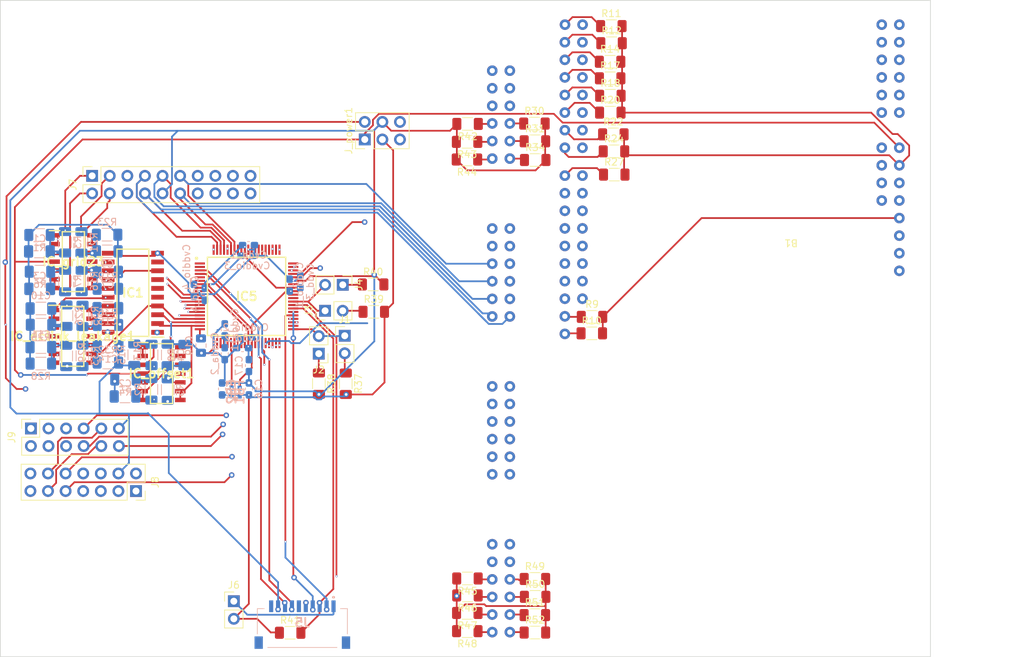
<source format=kicad_pcb>
(kicad_pcb (version 20211014) (generator pcbnew)
  (layers (0 "F.Cu" signal) (1 "In1.Cu" signal) (2 "In2.Cu" signal) (31 "B.Cu" signal) (34 "B.Paste" user) (35 "F.Paste" user) (36 "B.SilkS" user "B.Silkscreen") (37 "F.SilkS" user "F.Silkscreen") (38 "B.Mask" user) (39 "F.Mask" user) (44 "Edge.Cuts" user))
  (net 0 "")
  (net 1 "ctrl_gnd")
  (net 2 "ctrl_-15")
  (net 3 "ctrl_15")
  (net 4 "ctrl_3v3")
  (net 5 "24_gnd")
  (net 6 "V_12")
  (net 7 "/controller_sheet/en_dab")
  (net 8 "Vgrid1")
  (net 9 "Vgrid3")
  (net 10 "Vgrid2")
  (net 11 "Igrid3")
  (net 12 "Igrid2")
  (net 13 "Igrid1")
  (net 14 "batt_curr_0")
  (net 15 "batt_v")
  (net 16 "curr_leakeage_i")
  (net 17 "V_dc_link")
  (net 18 "/controller_sheet/en_vsi")
  (net 19 "Net-(C1-Pad1)")
  (net 20 "Net-(C3-Pad1)")
  (net 22 "Net-(C7-Pad1)")
  (net 23 "Net-(C9-Pad1)")
  (net 24 "Net-(C10-Pad1)")
  (net 25 "Net-(IC_offset1-Pad3)")
  (net 26 "Net-(C2-Pad1)")
  (net 32 "/controller_sheet/pwmVSI3")
  (net 33 "/controller_sheet/pwmVSI2")
  (net 34 "/controller_sheet/pwmVSI1")
  (net 35 "batt_curr_sense")
  (net 36 "/controller_sheet/pwm_daba1")
  (net 37 "batt_V_sense")
  (net 38 "Igrid3_sense")
  (net 39 "Igrid2_sense")
  (net 40 "Igrid1_sense")
  (net 41 "Net-(C11-Pad1)")
  (net 42 "Net-(IC5-Pad41)")
  (net 48 "Net-(C14-Pad1)")
  (net 49 "Vgrid1_sense")
  (net 50 "Vgrid2_sense")
  (net 51 "Vgrid3_sense")
  (net 52 "I_leackage")
  (net 53 "Vdc_link")
  (net 54 "Net-(IC5-Pad49)")
  (net 56 "Net-(C15-Pad1)")
  (net 57 "Net-(C19-Pad1)")
  (net 58 "Net-(J1-Pad2)")
  (net 62 "/controller_sheet/pwm_daba2")
  (net 63 "/controller_sheet/pwm_dabb2")
  (net 65 "/controller_sheet/pwm_dabb1")
  (net 74 "VDD")
  (net 75 "VDDA")
  (net 76 "VDDIO")
  (net 77 "Net-(J2-Pad1)")
  (net 78 "Net-(J3-Pad2)")
  (net 79 "Net-(J4-Pad1)")
  (net 84 "SCITX")
  (net 85 "SCiRX")
  (net 86 "TCK")
  (net 87 "TDO")
  (net 88 "TMS")
  (net 89 "TDI")
  (net 90 "Net-(J5-Pad1)")
  (net 130 "DAB1PWM22")
  (net 131 "DAB1PWM21")
  (net 132 "DAB1PWM12")
  (net 133 "DAB1PWM11")
  (net 142 "DAB2_PWM22")
  (net 143 "DAB2_PWM21")
  (net 144 "DAB2_PWM12")
  (net 145 "DAB2_PWM11")
  (net 155 "VSI31")
  (net 156 "VSI32")
  (net 159 "VSI11")
  (net 160 "VSI12")
  (net 161 "VSI21")
  (net 162 "VSI22")
  (net 165 "SCL")
  (net 166 "SDA")
  (net 168 "dc_ready")
  (net 169 "dc_fault")
  (net 170 "OCD_leakage")
  (net 171 "vsi_ready")
  (net 172 "vsi_fault")
  (net 173 "OCD_grid3")
  (net 192 "Net-(C4-Pad1)")
  (net 193 "offset_v")
  (net 196 "OCD_grid1")
  (net 197 "OCD_grd2")
  (net 198 "batt_fault")
  (net 199 "batt_ready")
  (net 200 "FPGA_3v3")
  (footprint "Connector_PinSocket_2.54mm:PinSocket_2x10_P2.54mm_Vertical" (layer "F.Cu") (at 110.68 71.95 90)
    (fp_text reference "J7")
    (fp_text value "Conn_02x10_Odd_Even")
  )
  (footprint "Resistor_SMD:R_1206_3216Metric_Pad1.30x1.75mm_HandSolder" (layer "F.Cu") (at 164.83 135.09 180)
    (fp_text reference "R47")
    (fp_text value "R")
  )
  (footprint "Resistor_SMD:R_1206_3216Metric_Pad1.30x1.75mm_HandSolder" (layer "F.Cu") (at 139.26 137.95)
    (fp_text reference "R41")
    (fp_text value "R")
  )
  (footprint "Resistor_SMD:R_1206_3216Metric_Pad1.30x1.75mm_HandSolder" (layer "F.Cu") (at 186 68.41)
    (fp_text reference "R24")
    (fp_text value "R")
  )
  (footprint "Connector_PinHeader_2.54mm:Arty-S7" (layer "F.Cu") (at 216.69 82.16 180)
    (fp_text reference "B1")
    (fp_text value "Arty-S7")
  )
  (footprint "Connector_PinHeader_2.54mm:PinHeader_1x02_P2.54mm_Vertical" (layer "F.Cu") (at 147.14 95.045)
    (fp_text reference "J1")
    (fp_text value "Conn_01x02")
  )
  (footprint "Resistor_SMD:R_1206_3216Metric_Pad1.30x1.75mm_HandSolder" (layer "F.Cu") (at 185.91 65.96)
    (fp_text reference "R22")
    (fp_text value "R")
  )
  (footprint "lm324:SOIC127P600X175-14N" (layer "F.Cu") (at 107.97 84.35)
    (fp_text reference "IC_grid23")
    (fp_text value "LM324DR" hide)
  )
  (footprint "Connector_PinHeader_2.54mm:PinHeader_1x02_P2.54mm_Vertical" (layer "F.Cu") (at 144.305 91.44 90)
    (fp_text reference "J3")
    (fp_text value "Conn_01x02")
  )
  (footprint "f280025c:f280025c" (layer "F.Cu") (at 132.97 89.3595)
    (fp_text reference "IC5")
    (fp_text value "F280025CPNQR" hide)
  )
  (footprint "Resistor_SMD:R_1206_3216Metric_Pad1.30x1.75mm_HandSolder" (layer "F.Cu") (at 164.78 69.59 180)
    (fp_text reference "R44")
    (fp_text value "R")
  )
  (footprint "Resistor_SMD:R_1206_3216Metric_Pad1.30x1.75mm_HandSolder" (layer "F.Cu") (at 147.29 101.98 -90)
    (fp_text reference "R37")
    (fp_text value "R")
  )
  (footprint "Connector_PinHeader_2.54mm:PinHeader_1x02_P2.54mm_Vertical" (layer "F.Cu") (at 143.39 97.635 180)
    (fp_text reference "J2")
    (fp_text value "Conn_01x02")
  )
  (footprint "Resistor_SMD:R_1206_3216Metric_Pad1.30x1.75mm_HandSolder" (layer "F.Cu") (at 182.83 92.32)
    (fp_text reference "R9")
    (fp_text value "R")
  )
  (footprint "Resistor_SMD:R_1206_3216Metric_Pad1.30x1.75mm_HandSolder" (layer "F.Cu") (at 174.62 132.76)
    (fp_text reference "R50")
    (fp_text value "R")
  )
  (footprint "lm324:SOIC127P600X175-14N" (layer "F.Cu") (at 120.695 100.515)
    (fp_text reference "IC_offset1")
    (fp_text value "LM324DR" hide)
  )
  (footprint "Connector_PinSocket_2.54mm:PinSocket_2x06_P2.54mm_Vertical" (layer "F.Cu") (at 101.84 108.44 90)
    (fp_text reference "J9")
    (fp_text value "Conn_02x06_Odd_Even")
  )
  (footprint "Resistor_SMD:R_1206_3216Metric_Pad1.30x1.75mm_HandSolder" (layer "F.Cu") (at 185.62 50.32)
    (fp_text reference "R11")
    (fp_text value "R")
  )
  (footprint "Resistor_SMD:R_1206_3216Metric_Pad1.30x1.75mm_HandSolder" (layer "F.Cu") (at 164.8 67.04 180)
    (fp_text reference "R43")
    (fp_text value "R")
  )
  (footprint "Connector_PinSocket_2.54mm:PinSocket_2x07_P2.54mm_Vertical" (layer "F.Cu") (at 117.01 117.48 -90)
    (fp_text reference "J8")
    (fp_text value "Conn_02x06_Odd_Even")
  )
  (footprint "Resistor_SMD:R_1206_3216Metric_Pad1.30x1.75mm_HandSolder" (layer "F.Cu") (at 174.59 66.96)
    (fp_text reference "R31")
    (fp_text value "R")
  )
  (footprint "Connector_PinHeader_2.54mm:PinHeader_1x02_P2.54mm_Vertical" (layer "F.Cu") (at 146.855 87.69 -90)
    (fp_text reference "J4")
    (fp_text value "Conn_01x02")
  )
  (footprint "Resistor_SMD:R_1206_3216Metric_Pad1.30x1.75mm_HandSolder" (layer "F.Cu") (at 174.52 64.4)
    (fp_text reference "R30")
    (fp_text value "R")
  )
  (footprint "Resistor_SMD:R_1206_3216Metric_Pad1.30x1.75mm_HandSolder" (layer "F.Cu") (at 174.59 137.92)
    (fp_text reference "R52")
    (fp_text value "R")
  )
  (footprint "Resistor_SMD:R_1206_3216Metric_Pad1.30x1.75mm_HandSolder" (layer "F.Cu") (at 185.48 60.38)
    (fp_text reference "R18")
    (fp_text value "R")
  )
  (footprint "Resistor_SMD:R_1206_3216Metric_Pad1.30x1.75mm_HandSolder" (layer "F.Cu") (at 164.87 64.45 180)
    (fp_text reference "R42")
    (fp_text value "R")
  )
  (footprint "lm324:SOIC127P600X175-14N" (layer "F.Cu") (at 107.88 95.13)
    (fp_text reference "IC_dclink_leakage1")
    (fp_text value "LM324DR" hide)
  )
  (footprint "Resistor_SMD:R_1206_3216Metric_Pad1.30x1.75mm_HandSolder" (layer "F.Cu") (at 185.44 55.47)
    (fp_text reference "R14")
    (fp_text value "R")
  )
  (footprint "Resistor_SMD:R_1206_3216Metric_Pad1.30x1.75mm_HandSolder" (layer "F.Cu") (at 174.63 69.66)
    (fp_text reference "R34")
    (fp_text value "R")
  )
  (footprint "Resistor_SMD:R_1206_3216Metric_Pad1.30x1.75mm_HandSolder" (layer "F.Cu") (at 174.59 130.18)
    (fp_text reference "R49")
    (fp_text value "R")
  )
  (footprint "Resistor_SMD:R_1206_3216Metric_Pad1.30x1.75mm_HandSolder" (layer "F.Cu") (at 186.04 71.77)
    (fp_text reference "R27")
    (fp_text value "R")
  )
  (footprint "Resistor_SMD:R_1206_3216Metric_Pad1.30x1.75mm_HandSolder" (layer "F.Cu") (at 185.65 52.79)
    (fp_text reference "R12")
    (fp_text value "R")
  )
  (footprint "Resistor_SMD:R_1206_3216Metric_Pad1.30x1.75mm_HandSolder" (layer "F.Cu") (at 185.47 62.82)
    (fp_text reference "R20")
    (fp_text value "R")
  )
  (footprint "Resistor_SMD:R_1206_3216Metric_Pad1.30x1.75mm_HandSolder" (layer "F.Cu") (at 164.85 130.11 180)
    (fp_text reference "R45")
    (fp_text value "R")
  )
  (footprint "Resistor_SMD:R_1206_3216Metric_Pad1.30x1.75mm_HandSolder" (layer "F.Cu") (at 164.85 132.56 180)
    (fp_text reference "R46")
    (fp_text value "R")
  )
  (footprint "Resistor_SMD:R_1206_3216Metric_Pad1.30x1.75mm_HandSolder" (layer "F.Cu") (at 151.24 87.64)
    (fp_text reference "R40")
    (fp_text value "R")
  )
  (footprint "Resistor_SMD:R_1206_3216Metric_Pad1.30x1.75mm_HandSolder" (layer "F.Cu") (at 185.45 57.86)
    (fp_text reference "R17")
    (fp_text value "R")
  )
  (footprint "Resistor_SMD:R_1206_3216Metric_Pad1.30x1.75mm_HandSolder" (layer "F.Cu") (at 174.58 135.4)
    (fp_text reference "R51")
    (fp_text value "R")
  )
  (footprint "Connector_PinHeader_2.54mm:PinHeader_2x03_P2.54mm_Vertical" (layer "F.Cu") (at 150.03 66.7 90)
    (fp_text reference "J_power1")
    (fp_text value "Conn_02x03_Counter_Clockwise")
  )
  (footprint "Resistor_SMD:R_1206_3216Metric_Pad1.30x1.75mm_HandSolder" (layer "F.Cu") (at 143.41 101.97 -90)
    (fp_text reference "R38")
    (fp_text value "R")
  )
  (footprint "Resistor_SMD:R_1206_3216Metric_Pad1.30x1.75mm_HandSolder" (layer "F.Cu") (at 182.8 94.7)
    (fp_text reference "R10")
    (fp_text value "R")
  )
  (footprint "Resistor_SMD:R_1206_3216Metric_Pad1.30x1.75mm_HandSolder" (layer "F.Cu") (at 151.33 91.59)
    (fp_text reference "R39")
    (fp_text value "R")
  )
  (footprint "Resistor_SMD:R_1206_3216Metric_Pad1.30x1.75mm_HandSolder" (layer "F.Cu") (at 164.83 137.72 180)
    (fp_text reference "R48")
    (fp_text value "R")
  )
  (footprint "sn74s:sn74" (layer "F.Cu") (at 116.56 88.84 180)
    (fp_text reference "IC1")
    (fp_text value "SN74S1053NSR" hide)
  )
  (footprint "Connector_PinHeader_2.54mm:PinHeader_1x02_P2.54mm_Vertical" (layer "F.Cu") (at 131.13 133.395)
    (fp_text reference "J6")
    (fp_text value "Conn_01x02")
  )
  (footprint "Capacitor_SMD:C_1206_3216Metric_Pad1.33x1.80mm_HandSolder" (layer "B.Cu") (at 112.91 85.81875)
    (fp_text reference "C7")
    (fp_text value "CAP")
  )
  (footprint "Capacitor_SMD:C_0603_1608Metric_Pad1.08x0.95mm_HandSolder" (layer "B.Cu") (at 129.82 97.6395 -90)
    (fp_text reference "Cvdda_2")
    (fp_text value "0.1u")
  )
  (footprint "Resistor_SMD:R_1206_3216Metric_Pad1.30x1.75mm_HandSolder" (layer "B.Cu") (at 112.96 93.49 180)
    (fp_text reference "R36")
    (fp_text value "R")
  )
  (footprint "Capacitor_SMD:C_0603_1608Metric_Pad1.08x0.95mm_HandSolder" (layer "B.Cu") (at 126.95 89.0395 -90)
    (fp_text reference "Cvdd_4")
    (fp_text value "0.1u")
  )
  (footprint "Resistor_SMD:R_1206_3216Metric_Pad1.30x1.75mm_HandSolder" (layer "B.Cu") (at 109.28 97.95 90)
    (fp_text reference "R33")
    (fp_text value "R")
  )
  (footprint "Resistor_SMD:R_1206_3216Metric_Pad1.30x1.75mm_HandSolder" (layer "B.Cu") (at 106.97 92.15 90)
    (fp_text reference "R26")
    (fp_text value "R")
  )
  (footprint "Capacitor_SMD:C_1206_3216Metric_Pad1.33x1.80mm_HandSolder" (layer "B.Cu") (at 112.95 91.07)
    (fp_text reference "C15")
    (fp_text value "CAP")
  )
  (footprint "Resistor_SMD:R_1206_3216Metric_Pad1.30x1.75mm_HandSolder" (layer "B.Cu") (at 124 97.83 -90)
    (fp_text reference "R8")
    (fp_text value "R")
  )
  (footprint "Capacitor_SMD:C_0603_1608Metric_Pad1.08x0.95mm_HandSolder" (layer "B.Cu") (at 133.25 81.95)
    (fp_text reference "Cvdd_1")
    (fp_text value "0.1u")
  )
  (footprint "Resistor_SMD:R_1206_3216Metric_Pad1.30x1.75mm_HandSolder" (layer "B.Cu") (at 103.0875 80.49)
    (fp_text reference "R1")
    (fp_text value "R")
  )
  (footprint "BKP100:BEADC1005X55N" (layer "B.Cu") (at 130.8 103.16 -90)
    (fp_text reference "FB2")
    (fp_text value "MPZ1005S600CT000" hide)
  )
  (footprint "Capacitor_SMD:C_0603_1608Metric_Pad1.08x0.95mm_HandSolder" (layer "B.Cu") (at 140.73 87.2395 90)
    (fp_text reference "Cvdd_3")
    (fp_text value "0.1u")
  )
  (footprint "Resistor_SMD:R_1206_3216Metric_Pad1.30x1.75mm_HandSolder" (layer "B.Cu") (at 112.95 98.92125 180)
    (fp_text reference "R32")
    (fp_text value "R")
  )
  (footprint "Capacitor_SMD:C_1206_3216Metric_Pad1.33x1.80mm_HandSolder" (layer "B.Cu") (at 112.86 82.86)
    (fp_text reference "C9")
    (fp_text value "CAP")
  )
  (footprint "Capacitor_SMD:C_0603_1608Metric_Pad1.08x0.95mm_HandSolder" (layer "B.Cu") (at 132.39 96.8295 180)
    (fp_text reference "Cvdd_2")
    (fp_text value "0.1u")
  )
  (footprint "Resistor_SMD:R_1206_3216Metric_Pad1.30x1.75mm_HandSolder" (layer "B.Cu") (at 116.76 97.79 -90)
    (fp_text reference "R15")
    (fp_text value "R")
  )
  (footprint "Capacitor_SMD:C_0603_1608Metric_Pad1.08x0.95mm_HandSolder" (layer "B.Cu") (at 129.43 102.73 90)
    (fp_text reference "C18")
    (fp_text value "2.2u")
  )
  (footprint "Resistor_SMD:R_1206_3216Metric_Pad1.30x1.75mm_HandSolder" (layer "B.Cu") (at 109.29 92.18 90)
    (fp_text reference "R35")
    (fp_text value "R")
  )
  (footprint "Resistor_SMD:R_1206_3216Metric_Pad1.30x1.75mm_HandSolder" (layer "B.Cu") (at 106.7675 87.15 90)
    (fp_text reference "R7")
    (fp_text value "R")
  )
  (footprint "Capacitor_SMD:C_0603_1608Metric_Pad1.08x0.95mm_HandSolder" (layer "B.Cu") (at 133.05 83.4995)
    (fp_text reference "Cvddio_3")
    (fp_text value "0.1u")
  )
  (footprint "Resistor_SMD:R_1206_3216Metric_Pad1.30x1.75mm_HandSolder" (layer "B.Cu") (at 103.3 93.46)
    (fp_text reference "R25")
    (fp_text value "R")
  )
  (footprint "Resistor_SMD:R_1206_3216Metric_Pad1.30x1.75mm_HandSolder" (layer "B.Cu") (at 109.17 87.13875 90)
    (fp_text reference "R16")
    (fp_text value "R")
  )
  (footprint "Resistor_SMD:R_1206_3216Metric_Pad1.30x1.75mm_HandSolder" (layer "B.Cu") (at 121.59 102.83 90)
    (fp_text reference "R5")
    (fp_text value "R")
  )
  (footprint "Resistor_SMD:R_1206_3216Metric_Pad1.30x1.75mm_HandSolder" (layer "B.Cu") (at 106.765 81.54375 90)
    (fp_text reference "R3")
    (fp_text value "R")
  )
  (footprint "Resistor_SMD:R_1206_3216Metric_Pad1.30x1.75mm_HandSolder" (layer "B.Cu") (at 112.95 88.26875 180)
    (fp_text reference "R19")
    (fp_text value "R")
  )
  (footprint "Resistor_SMD:R_1206_3216Metric_Pad1.30x1.75mm_HandSolder" (layer "B.Cu") (at 115.49 101.36875)
    (fp_text reference "R4")
    (fp_text value "R")
  )
  (footprint "Capacitor_SMD:C_0603_1608Metric_Pad1.08x0.95mm_HandSolder" (layer "B.Cu") (at 133.31 102.73 90)
    (fp_text reference "C16")
    (fp_text value "10u")
  )
  (footprint "Resistor_SMD:R_1206_3216Metric_Pad1.30x1.75mm_HandSolder" (layer "B.Cu") (at 119.23 102.78875 -90)
    (fp_text reference "R2")
    (fp_text value "R")
  )
  (footprint "Capacitor_SMD:C_1206_3216Metric_Pad1.33x1.80mm_HandSolder" (layer "B.Cu") (at 121.6 97.82 90)
    (fp_text reference "C4")
    (fp_text value "CAP")
  )
  (footprint "Capacitor_SMD:C_1206_3216Metric_Pad1.33x1.80mm_HandSolder" (layer "B.Cu") (at 112.98 96.56125)
    (fp_text reference "C14")
    (fp_text value "CAP")
  )
  (footprint "Capacitor_SMD:C_0603_1608Metric_Pad1.08x0.95mm_HandSolder" (layer "B.Cu") (at 129.82 94.1895 90)
    (fp_text reference "Cvdda_1")
    (fp_text value "0.1u")
  )
  (footprint "BKP100:BEADC1005X55N" (layer "B.Cu") (at 131.97 103.19 -90)
    (fp_text reference "FB1")
    (fp_text value "BKP1005HS221-T" hide)
  )
  (footprint "Resistor_SMD:R_1206_3216Metric_Pad1.30x1.75mm_HandSolder" (layer "B.Cu") (at 119.25 97.82 -90)
    (fp_text reference "R13")
    (fp_text value "R")
  )
  (footprint "Capacitor_SMD:C_0603_1608Metric_Pad1.08x0.95mm_HandSolder" (layer "B.Cu") (at 132.85 95.2795 180)
    (fp_text reference "Cvddio_2")
    (fp_text value "0.1u")
  )
  (footprint "Resistor_SMD:R_1206_3216Metric_Pad1.30x1.75mm_HandSolder" (layer "B.Cu") (at 103.15 85.79375)
    (fp_text reference "R6")
    (fp_text value "R")
  )
  (footprint "Capacitor_SMD:C_1206_3216Metric_Pad1.33x1.80mm_HandSolder" (layer "B.Cu") (at 103.0675 82.87 180)
    (fp_text reference "C1")
    (fp_text value "CAP")
  )
  (footprint "Resistor_SMD:R_1206_3216Metric_Pad1.30x1.75mm_HandSolder" (layer "B.Cu") (at 109.14 81.56 90)
    (fp_text reference "R21")
    (fp_text value "R")
  )
  (footprint "Capacitor_SMD:C_1206_3216Metric_Pad1.33x1.80mm_HandSolder" (layer "B.Cu") (at 103.29 91.11 180)
    (fp_text reference "C10")
    (fp_text value "CAP")
  )
  (footprint "Resistor_SMD:R_1206_3216Metric_Pad1.30x1.75mm_HandSolder" (layer "B.Cu") (at 112.84 80.45 180)
    (fp_text reference "R23")
    (fp_text value "R")
  )
  (footprint "Capacitor_SMD:C_0603_1608Metric_Pad1.08x0.95mm_HandSolder" (layer "B.Cu") (at 139.19 87.7395 90)
    (fp_text reference "Cvddio_1")
    (fp_text value "0.1u")
  )
  (footprint "Resistor_SMD:R_1206_3216Metric_Pad1.30x1.75mm_HandSolder" (layer "B.Cu") (at 106.9425 97.97 90)
    (fp_text reference "R29")
    (fp_text value "R")
  )
  (footprint "Capacitor_SMD:C_1206_3216Metric_Pad1.33x1.80mm_HandSolder" (layer "B.Cu") (at 115.43 103.81875 180)
    (fp_text reference "C2")
    (fp_text value "CAP")
  )
  (footprint "Capacitor_SMD:C_1206_3216Metric_Pad1.33x1.80mm_HandSolder" (layer "B.Cu") (at 103.11 88.27375 180)
    (fp_text reference "C3")
    (fp_text value "CAP")
  )
  (footprint "Capacitor_SMD:C_0805_2012Metric_Pad1.18x1.45mm_HandSolder" (layer "B.Cu") (at 126.39 96.47 -90)
    (fp_text reference "C19")
    (fp_text value "C")
  )
  (footprint "jtag_connector:1849810" (layer "B.Cu") (at 141.02 136.5 180)
    (fp_text reference "J5")
    (fp_text value "1-84981-0" hide)
  )
  (footprint "Resistor_SMD:R_1206_3216Metric_Pad1.30x1.75mm_HandSolder" (layer "B.Cu") (at 103.28 99.07)
    (fp_text reference "R28")
    (fp_text value "R")
  )
  (footprint "Capacitor_SMD:C_0603_1608Metric_Pad1.08x0.95mm_HandSolder" (layer "B.Cu") (at 133.31 99.36 -90)
    (fp_text reference "C17")
    (fp_text value "10u")
  )
  (footprint "Capacitor_SMD:C_0603_1608Metric_Pad1.08x0.95mm_HandSolder" (layer "B.Cu") (at 125.36 88.4795 -90)
    (fp_text reference "Cvddio_4")
    (fp_text value "0.1u")
  )
  (footprint "Capacitor_SMD:C_1206_3216Metric_Pad1.33x1.80mm_HandSolder" (layer "B.Cu") (at 103.28 96.69 180)
    (fp_text reference "C11")
    (fp_text value "CAP")
  )
  (gr_rect (start 97.43 46.6) (end 231.68 141.41) (layer "Edge.Cuts") (width 0.1) (fill none))
  (segment (start 114.695 83.125) (end 115.085 83.515) (width 0.25) (layer "F.Cu") (net 1))
  (segment (start 188.117 68.977) (end 225.737 68.977) (width 0.25) (layer "F.Cu") (net 1))
  (segment (start 152.57 64.16) (end 153.844278 65.434278) (width 0.25) (layer "F.Cu") (net 1))
  (segment (start 187.02 62.82) (end 223.122749 62.82) (width 0.25) (layer "F.Cu") (net 1))
  (segment (start 130.22 96.0975) (end 130.22 95.06) (width 0.25) (layer "F.Cu") (net 1))
  (segment (start 167.545139 134.09) (end 176.14 134.09) (width 0.25) (layer "F.Cu") (net 1))
  (segment (start 128.22 95.06) (end 128.245 95.035) (width 0.25) (layer "F.Cu") (net 1))
  (segment (start 132.695 95.035) (end 132.745 95.085) (width 0.25) (layer "F.Cu") (net 1))
  (segment (start 223.122749 62.82) (end 226.212749 65.91) (width 0.25) (layer "F.Cu") (net 1))
  (segment (start 130.195 95.035) (end 130.22 95.06) (width 0.25) (layer "F.Cu") (net 1))
  (segment (start 187.46 71.64) (end 187.59 71.77) (width 0.25) (layer "F.Cu") (net 1))
  (segment (start 187.17 62.67) (end 187.02 62.82) (width 0.25) (layer "F.Cu") (net 1))
  (segment (start 176.07 64.4) (end 176.07 69.55) (width 0.25) (layer "F.Cu") (net 1))
  (segment (start 164.53 133.84) (end 167.295139 133.84) (width 0.25) (layer "F.Cu") (net 1))
  (segment (start 130.22 95.06) (end 130.245 95.035) (width 0.25) (layer "F.Cu") (net 1))
  (segment (start 187.55 68.41) (end 188.117 68.977) (width 0.25) (layer "F.Cu") (net 1))
  (segment (start 174.68 71.16) (end 176.18 69.66) (width 0.25) (layer "F.Cu") (net 1))
  (segment (start 163.23 69.59) (end 164.8 71.16) (width 0.25) (layer "F.Cu") (net 1))
  (segment (start 187.46 65.96) (end 187.46 71.64) (width 0.25) (layer "F.Cu") (net 1))
  (segment (start 176.14 134.09) (end 176.14 137.92) (width 0.25) (layer "F.Cu") (net 1))
  (segment (start 128.22 96.86) (end 127.5 97.58) (width 0.25) (layer "F.Cu") (net 1))
  (segment (start 153.844278 65.434278) (end 162.335722 65.434278) (width 0.25) (layer "F.Cu") (net 1))
  (segment (start 132.745 95.085) (end 132.745 95.32) (width 0.25) (layer "F.Cu") (net 1))
  (segment (start 152.79 87.64) (end 151.59 86.44) (width 0.25) (layer "F.Cu") (net 1))
  (segment (start 176.07 69.55) (end 176.18 69.66) (width 0.25) (layer "F.Cu") (net 1))
  (segment (start 163.3 132.63) (end 163.3 137.7) (width 0.25) (layer "F.Cu") (net 1))
  (segment (start 187.17 50.32) (end 187.17 62.67) (width 0.25) (layer "F.Cu") (net 1))
  (segment (start 128.22 96.0975) (end 128.22 95.06) (width 0.25) (layer "F.Cu") (net 1))
  (segment (start 228.60886 67.56886) (end 228.60886 69.01114) (width 0.25) (layer "F.Cu") (net 1))
  (segment (start 142.87 104.06) (end 143.41 103.52) (width 0.25) (layer "F.Cu") (net 1))
  (segment (start 225.737 68.977) (end 227.19 70.43) (width 0.25) (layer "F.Cu") (net 1))
  (segment (start 164.8 71.16) (end 174.68 71.16) (width 0.25) (layer "F.Cu") (net 1))
  (segment (start 226.95 65.91) (end 228.60886 67.56886) (width 0.25) (layer "F.Cu") (net 1))
  (segment (start 128.245 95.035) (end 130.195 95.035) (width 0.25) (layer "F.Cu") (net 1))
  (segment (start 163.32 69.5) (end 163.23 69.59) (width 0.25) (layer "F.Cu") (net 1))
  (segment (start 163.32 64.45) (end 163.32 69.5) (width 0.25) (layer "F.Cu") (net 1))
  (segment (start 162.335722 65.434278) (end 163.32 64.45) (width 0.25) (layer "F.Cu") (net 1))
  (segment (start 119.732 83.515) (end 120.122 83.125) (width 0.25) (layer "F.Cu") (net 1))
  (segment (start 112.998 83.125) (end 114.695 83.125) (width 0.25) (layer "F.Cu") (net 1))
  (segment (start 228.60886 69.01114) (end 227.19 70.43) (width 0.25) (layer "F.Cu") (net 1))
  (segment (start 126.49 97.58) (end 126.46 97.55) (width 0.25) (layer "F.Cu") (net 1))
  (segment (start 151.395 65.335) (end 151.395 86.245) (width 0.25) (layer "F.Cu") (net 1))
  (segment (start 152.57 64.16) (end 151.395 65.335) (width 0.25) (layer "F.Cu") (net 1))
  (segment (start 163.28 135.09) (end 164.53 133.84) (width 0.25) (layer "F.Cu") (net 1))
  (segment (start 127.5 97.58) (end 126.49 97.58) (width 0.25) (layer "F.Cu") (net 1))
  (segment (start 115.085 83.515) (end 119.732 83.515) (width 0.25) (layer "F.Cu") (net 1))
  (segment (start 151.395 86.245) (end 152.79 87.64) (width 0.25) (layer "F.Cu") (net 1))
  (segment (start 167.295139 133.84) (end 167.545139 134.09) (width 0.25) (layer "F.Cu") (net 1))
  (segment (start 142.17 86.44) (end 141.5005 87.1095) (width 0.25) (layer "F.Cu") (net 1))
  (segment (start 226.212749 65.91) (end 226.95 65.91) (width 0.25) (layer "F.Cu") (net 1))
  (segment (start 163.3 137.7) (end 163.28 137.72) (width 0.25) (layer "F.Cu") (net 1))
  (segment (start 128.22 96.0975) (end 128.22 96.86) (width 0.25) (layer "F.Cu") (net 1))
  (segment (start 141.5005 87.1095) (end 139.708 87.1095) (width 0.25) (layer "F.Cu") (net 1))
  (segment (start 130.245 95.035) (end 132.695 95.035) (width 0.25) (layer "F.Cu") (net 1))
  (segment (start 151.59 86.44) (end 142.17 86.44) (width 0.25) (layer "F.Cu") (net 1))
  (segment (start 163.3 130.11) (end 163.3 132.63) (width 0.25) (layer "F.Cu") (net 1))
  (segment (start 176.14 130.18) (end 176.14 134.09) (width 0.25) (layer "F.Cu") (net 1))
  (via (at 114.5425 96.56125) (size 0.8) (drill 0.4) (layers "F.Cu" "B.Cu") (net 1))
  (via (at 163.3 132.63) (size 0.8) (drill 0.4) (layers "F.Cu" "B.Cu") (net 1))
  (via (at 137.52 134.57) (size 0.8) (drill 0.4) (layers "F.Cu" "B.Cu") (net 1))
  (via (at 151.395 86.245) (size 0.8) (drill 0.4) (layers "F.Cu" "B.Cu") (net 1))
  (via (at 126.140765 88.609998) (size 0.3) (drill 0.2) (layers "F.Cu" "B.Cu") (net 1))
  (via (at 132.719502 95.83) (size 0.3) (drill 0.2) (layers "F.Cu" "B.Cu") (net 1))
  (via (at 120.122 83.125) (size 0.8) (drill 0.4) (layers "F.Cu" "B.Cu") (net 1))
  (via (at 126.46 97.55) (size 0.8) (drill 0.4) (layers "F.Cu" "B.Cu") (net 1))
  (via (at 133.219502 82.6) (size 0.3) (drill 0.2) (layers "F.Cu" "B.Cu") (net 1))
  (via (at 143.41 103.52) (size 0.8) (drill 0.4) (layers "F.Cu" "B.Cu") (net 1))
  (via (at 133.31 101.85875) (size 0.8) (drill 0.4) (layers "F.Cu" "B.Cu") (net 1))
  (via (at 139.72 87.109002) (size 0.3) (drill 0.2) (layers "F.Cu" "B.Cu") (net 1))
  (segment (start 128.3725 89.0395) (end 126.2125 89.0395) (width 0.25) (layer "B.Cu") (net 1))
  (segment (start 122.205 73.135) (end 122.11 73.23) (width 0.25) (layer "B.Cu") (net 1))
  (segment (start 151.41 95.846444) (end 151.41 86.36) (width 0.25) (layer "B.Cu") (net 1))
  (segment (start 114.5 96.60375) (end 114.5425 96.56125) (width 0.25) (layer "B.Cu") (net 1))
  (segment (start 133.31 100.2225) (end 133.31 101.85875) (width 0.25) (layer "B.Cu") (net 1))
  (segment (start 114.5 98.92125) (end 114.5 96.60375) (width 0.25) (layer "B.Cu") (net 1))
  (segment (start 99.76 106.29) (end 111.75 106.29) (width 0.25) (layer "B.Cu") (net 1))
  (segment (start 135.8125 83.4995) (end 139.19 86.877) (width 0.25) (layer "B.Cu") (net 1))
  (segment (start 142.92 103.08) (end 143.34 103.5) (width 0.25) (layer "B.Cu") (net 1))
  (segment (start 126.15 89.102) (end 126.95 89.902) (width 0.25) (layer "B.Cu") (net 1))
  (segment (start 129.82 98.502) (end 129.82 101.4775) (width 0.25) (layer "B.Cu") (net 1))
  (segment (start 129.02 97.702) (end 129.82 98.502) (width 0.25) (layer "B.Cu") (net 1))
  (segment (start 133.9125 83.4995) (end 128.3725 89.0395) (width 0.25) (layer "B.Cu") (net 1))
  (segment (start 134.2585 103.08) (end 134.2585 102.816) (width 0.25) (layer "B.Cu") (net 1))
  (segment (start 122.205 66.283556) (end 122.205 73.135) (width 0.25) (layer "B.Cu") (net 1))
  (segment (start 133.9125 83.4995) (end 135.8125 83.4995) (width 0.25) (layer "B.Cu") (net 1))
  (segment (start 121.74 109.23) (end 121.74 114.873173) (width 0.25) (layer "B.Cu") (net 1))
  (segment (start 124 96.28) (end 125.1625 96.28) (width 0.25) (layer "B.Cu") (net 1))
  (segment (start 115.99 113.42) (end 115.99 107.03) (width 0.25) (layer "B.Cu") (net 1))
  (segment (start 132.719502 95.83) (end 132.538 95.83) (width 0.25) (layer "B.Cu") (net 1))
  (segment (start 114.91875 99.34) (end 114.5 98.92125) (width 0.25) (layer "B.Cu") (net 1))
  (segment (start 114.47 114.94) (end 115.99 113.42) (width 0.25) (layer "B.Cu") (net 1))
  (segment (start 129.855 98.502) (end 131.5275 96.8295) (width 0.25) (layer "B.Cu") (net 1))
  (segment (start 128.868 97.55) (end 129.02 97.702) (width 0.25) (layer "B.Cu") (net 1))
  (segment (start 98.87 105.4) (end 99.69 106.22) (width 0.25) (layer "B.Cu") (net 1))
  (segment (start 134.1025 82.6625) (end 134.1025 83.3095) (width 0.25) (layer "B.Cu") (net 1))
  (segment (start 128.745 94.402) (end 128.8535 94.2935) (width 0.25) (layer "B.Cu") (net 1))
  (segment (start 134.2585 103.08) (end 142.92 103.08) (width 0.25) (layer "B.Cu") (net 1))
  (segment (start 126.2125 89.0395) (end 126.15 89.102) (width 0.25) (layer "B.Cu") (net 1))
  (segment (start 123.054278 65.434278) (end 122.205 66.283556) (width 0.25) (layer "B.Cu") (net 1))
  (segment (start 133.219502 82.6) (end 134.04 82.6) (width 0.25) (layer "B.Cu") (net 1))
  (segment (start 129.43 101.8675) (end 133.31 101.8675) (width 0.25) (layer "B.Cu") (net 1))
  (segment (start 139.997998 87.109002) (end 140.73 86.377) (width 0.25) (layer "B.Cu") (net 1))
  (segment (start 128.8535 94.2935) (end 129.82 93.327) (width 0.25) (layer "B.Cu") (net 1))
  (segment (start 99.69 106.22) (end 99.76 106.29) (width 0.25) (layer "B.Cu") (net 1))
  (segment (start 139.422002 87.109002) (end 139.19 86.877) (width 0.25) (layer "B.Cu") (net 1))
  (segment (start 129.82 98.502) (end 129.855 98.502) (width 0.25) (layer "B.Cu") (net 1))
  (segment (start 111.75 101.67125) (end 111.75 106.29) (width 0.25) (layer "B.Cu") (net 1))
  (segment (start 114.5 98.92125) (end 111.75 101.67125) (width 0.25) (layer "B.Cu") (net 1))
  (segment (start 123.9775 96.2575) (end 124 96.28) (width 0.25) (layer "B.Cu") (net 1))
  (segment (start 128.745 94.402) (end 128.745 94.425036) (width 0.25) (layer "B.Cu") (net 1))
  (segment (start 134.04 82.6) (end 134.1025 82.6625) (width 0.25) (layer "B.Cu") (net 1))
  (segment (start 132.538 95.83) (end 131.9875 95.2795) (width 0.25) (layer "B.Cu") (net 1))
  (segment (start 152.57 64.16) (end 151.295722 65.434278) (width 0.25) (layer "B.Cu") (net 1))
  (segment (start 121.74 114.873173) (end 137.52 130.653173) (width 0.25) (layer "B.Cu") (net 1))
  (segment (start 139.72 87.109002) (end 139.422002 87.109002) (width 0.25) (layer "B.Cu") (net 1))
  (segment (start 128.745 94.425036) (end 128.21 94.960036) (width 0.25) (layer "B.Cu") (net 1))
  (segment (start 122.1 73.23) (end 120.84 74.49) (width 0.25) (layer "B.Cu") (net 1))
  (segment (start 143.736444 103.52) (end 151.41 95.846444) (width 0.25) (layer "B.Cu") (net 1))
  (segment (start 115.95 107.03) (end 115.99 107.03) (width 0.25) (layer "B.Cu") (net 1))
  (segment (start 128.21 94.960036) (end 128.21 97.48) (width 0.25) (layer "B.Cu") (net 1))
  (segment (start 118.74 106.23) (end 121.74 109.23) (width 0.25) (layer "B.Cu") (net 1))
  (segment (start 114.54 108.44) (end 115.95 107.03) (width 0.25) (layer "B.Cu") (net 1))
  (segment (start 121.6 96.2575) (end 123.9775 96.2575) (width 0.25) (layer "B.Cu") (net 1))
  (segment (start 134.2585 102.816) (end 133.31 101.8675) (width 0.25) (layer "B.Cu") (net 1))
  (segment (start 132.719502 95.83) (end 132.527 95.83) (width 0.25) (layer "B.Cu") (net 1))
  (segment (start 111.75 106.29) (end 115.54 106.29) (width 0.25) (layer "B.Cu") (net 1))
  (segment (start 122.11 73.23) (end 122.1 73.23) (width 0.25) (layer "B.Cu") (net 1))
  (segment (start 98.87 75.48) (end 108.915722 65.434278) (width 0.25) (layer "B.Cu") (net 1))
  (segment (start 134.1025 82.24) (end 134.1025 82.6625) (width 0.25) (layer "B.Cu") (net 1))
  (segment (start 115.87 106.29) (end 118.68 106.29) (width 0.25) (layer "B.Cu") (net 1))
  (segment (start 118.68 106.29) (end 118.74 106.23) (width 0.25) (layer "B.Cu") (net 1))
  (segment (start 137.52 130.653173) (end 137.52 134.125) (width 0.25) (layer "B.Cu") (net 1))
  (segment (start 132.527 95.83) (end 131.5275 96.8295) (width 0.25) (layer "B.Cu") (net 1))
  (segment (start 115.99 106.41) (end 115.87 106.29) (width 0.25) (layer "B.Cu") (net 1))
  (segment (start 133.31 101.85875) (end 133.31 101.8675) (width 0.25) (layer "B.Cu") (net 1))
  (segment (start 137.52 134.57) (end 137.52 133.325) (width 0.25) (layer "B.Cu") (net 1))
  (segment (start 115.99 107.03) (end 115.99 106.41) (width 0.25) (layer "B.Cu") (net 1))
  (segment (start 143.41 103.52) (end 143.736444 103.52) (width 0.25) (layer "B.Cu") (net 1))
  (segment (start 98.87 75.48) (end 98.87 105.4) (width 0.25) (layer "B.Cu") (net 1))
  (segment (start 126.46 97.55) (end 128.868 97.55) (width 0.25) (layer "B.Cu") (net 1))
  (segment (start 108.915722 65.434278) (end 123.054278 65.434278) (width 0.25) (layer "B.Cu") (net 1))
  (segment (start 126.0725 88.6295) (end 125.36 89.342) (width 0.25) (layer "B.Cu") (net 1))
  (segment (start 126.15 88.6295) (end 126.15 89.102) (width 0.25) (layer "B.Cu") (net 1))
  (segment (start 125.1625 96.28) (end 126.39 97.5075) (width 0.25) (layer "B.Cu") (net 1))
  (segment (start 134.1025 83.3095) (end 133.9125 83.4995) (width 0.25) (layer "B.Cu") (net 1))
  (segment (start 125.36 89.342) (end 124.56 88.542) (width 0.25) (layer "B.Cu") (net 1))
  (segment (start 116.76 99.34) (end 114.91875 99.34) (width 0.25) (layer "B.Cu") (net 1))
  (segment (start 126.95 89.902) (end 126.95 90.457) (width 0.25) (layer "B.Cu") (net 1))
  (segment (start 151.295722 65.434278) (end 123.054278 65.434278) (width 0.25) (layer "B.Cu") (net 1))
  (segment (start 139.72 87.109002) (end 139.997998 87.109002) (width 0.25) (layer "B.Cu") (net 1))
  (segment (start 128.77 94.21) (end 128.8535 94.2935) (width 0.25) (layer "B.Cu") (net 1))
  (segment (start 124.56 88.542) (end 124.56 87.38) (width 0.25) (layer "B.Cu") (net 1))
  (segment (start 99.355 105.885) (end 99.69 106.22) (width 0.25) (layer "B.Cu") (net 1))
  (segment (start 129.82 101.4775) (end 129.43 101.8675) (width 0.25) (layer "B.Cu") (net 1))
  (segment (start 115.54 106.29) (end 115.87 106.29) (width 0.25) (layer "B.Cu") (net 1))
  (segment (start 124.56 87.38) (end 120.31 83.13) (width 0.25) (layer "B.Cu") (net 1))
  (segment (start 99.785 102.735) (end 99.775 102.735) (width 0.25) (layer "F.Cu") (net 2))
  (segment (start 98.1455 84.42) (end 98.1455 93.3755) (width 0.25) (layer "F.Cu") (net 2))
  (segment (start 98.1455 93.3755) (end 98.22 93.45) (width 0.25) (layer "F.Cu") (net 2))
  (segment (start 101.065 102.735) (end 99.785 102.735) (width 0.25) (layer "F.Cu") (net 2))
  (segment (start 150.03 64.16) (end 109.07 64.16) (width 0.25) (layer "F.Cu") (net 2))
  (segment (start 98.22 93.45) (end 98.22 101.17) (width 0.25) (layer "F.Cu") (net 2))
  (segment (start 98.22 101.17) (end 99.785 102.735) (width 0.25) (layer "F.Cu") (net 2))
  (segment (start 98.325 74.905) (end 98.325 84.2405) (width 0.25) (layer "F.Cu") (net 2))
  (segment (start 98.325 84.2405) (end 98.1255 84.44) (width 0.25) (layer "F.Cu") (net 2))
  (segment (start 109.07 64.16) (end 98.325 74.905) (width 0.25) (layer "F.Cu") (net 2))
  (via (at 123.69 100.56) (size 0.3) (drill 0.2) (layers "F.Cu" "B.Cu") (net 2))
  (via (at 98.1455 84.42) (size 0.8) (drill 0.4) (layers "F.Cu" "B.Cu") (net 2))
  (via (at 101.065 102.735) (size 0.8) (drill 0.4) (layers "F.Cu" "B.Cu") (net 2))
  (via (at 110.23 84.43) (size 0.3) (drill 0.2) (layers "F.Cu" "B.Cu") (net 2))
  (via (at 98.22 93.45) (size 0.3) (drill 0.2) (layers "F.Cu" "B.Cu") (net 2))
  (via (at 110.57 95.12) (size 0.3) (drill 0.2) (layers "F.Cu" "B.Cu") (net 2))
  (segment (start 118.605 100.515) (end 119.63 99.49) (width 0.25) (layer "F.Cu") (net 3))
  (segment (start 150.03 66.7) (end 109.29 66.7) (width 0.25) (layer "F.Cu") (net 3))
  (segment (start 151.21 63.858299) (end 152.083299 62.985) (width 0.25) (layer "F.Cu") (net 3))
  (segment (start 223.563 64.263) (end 227.19 67.89) (width 0.25) (layer "F.Cu") (net 3))
  (segment (start 150.03 65.821701) (end 151.21 64.641701) (width 0.25) (layer "F.Cu") (net 3))
  (segment (start 99.53 100.01) (end 100.24 100.72) (width 0.25) (layer "F.Cu") (net 3))
  (segment (start 109.29 66.7) (end 99.525 76.465) (width 0.25) (layer "F.Cu") (net 3))
  (segment (start 110.105 100.515) (end 109.91 100.71) (width 0.25) (layer "F.Cu") (net 3))
  (segment (start 177.313749 62.985) (end 178.591749 64.263) (width 0.25) (layer "F.Cu") (net 3))
  (segment (start 99.525 95.145) (end 99.53 95.15) (width 0.25) (layer "F.Cu") (net 3))
  (segment (start 117.983 100.515) (end 110.105 100.515) (width 0.25) (layer "F.Cu") (net 3))
  (segment (start 151.21 64.641701) (end 151.21 63.858299) (width 0.25) (layer "F.Cu") (net 3))
  (segment (start 99.525 76.465) (end 99.525 84.335) (width 0.25) (layer "F.Cu") (net 3))
  (segment (start 99.525 84.335) (end 99.54 84.35) (width 0.25) (layer "F.Cu") (net 3))
  (segment (start 105.258 84.35) (end 99.54 84.35) (width 0.25) (layer "F.Cu") (net 3))
  (segment (start 99.525 94.325) (end 99.525 94.465) (width 0.25) (layer "F.Cu") (net 3))
  (segment (start 99.53 95.15) (end 99.53 100.01) (width 0.25) (layer "F.Cu") (net 3))
  (segment (start 99.525 84.335) (end 99.525 94.325) (width 0.25) (layer "F.Cu") (net 3))
  (segment (start 150.03 66.7) (end 150.03 65.821701) (width 0.25) (layer "F.Cu") (net 3))
  (segment (start 178.591749 64.263) (end 223.563 64.263) (width 0.25) (layer "F.Cu") (net 3))
  (segment (start 99.525 94.325) (end 99.525 95.145) (width 0.25) (layer "F.Cu") (net 3))
  (segment (start 152.083299 62.985) (end 177.313749 62.985) (width 0.25) (layer "F.Cu") (net 3))
  (segment (start 99.525 94.465) (end 100.18 95.12) (width 0.25) (layer "F.Cu") (net 3))
  (segment (start 117.983 100.515) (end 118.605 100.515) (width 0.25) (layer "F.Cu") (net 3))
  (via (at 100.18 95.12) (size 0.8) (drill 0.4) (layers "F.Cu" "B.Cu") (net 3))
  (via (at 100.37 100.71) (size 0.8) (drill 0.4) (layers "F.Cu" "B.Cu") (net 3))
  (via (at 109.91 100.72) (size 0.3) (drill 0.2) (layers "F.Cu" "B.Cu") (net 3))
  (via (at 119.63 99.49) (size 0.3) (drill 0.2) (layers "F.Cu" "B.Cu") (net 3))
  (via (at 105.14 95.12) (size 0.3) (drill 0.2) (layers "F.Cu" "B.Cu") (net 3))
  (segment (start 109.908173 100.71) (end 100.37 100.71) (width 0.25) (layer "B.Cu") (net 3))
  (segment (start 147.29 103.53) (end 147.34 103.53) (width 0.25) (layer "F.Cu") (net 4))
  (segment (start 152.88 101.79) (end 152.88 91.59) (width 0.25) (layer "F.Cu") (net 4))
  (segment (start 137.66 137.9) (end 137.71 137.95) (width 0.25) (layer "F.Cu") (net 4))
  (segment (start 154.13 90.34) (end 154.13 68.26) (width 0.25) (layer "F.Cu") (net 4))
  (segment (start 134.495 135.935) (end 136.46 137.9) (width 0.25) (layer "F.Cu") (net 4))
  (segment (start 131.13 135.935) (end 134.495 135.935) (width 0.25) (layer "F.Cu") (net 4))
  (segment (start 147.34 103.53) (end 151.14 103.53) (width 0.25) (layer "F.Cu") (net 4))
  (segment (start 131.13 135.935) (end 133.29625 133.76875) (width 0.25) (layer "F.Cu") (net 4))
  (segment (start 152.88 91.59) (end 154.13 90.34) (width 0.25) (layer "F.Cu") (net 4))
  (segment (start 133.29625 133.76875) (end 133.29625 103.5925) (width 0.25) (layer "F.Cu") (net 4))
  (segment (start 154.13 68.26) (end 152.57 66.7) (width 0.25) (layer "F.Cu") (net 4))
  (segment (start 136.46 137.9) (end 137.66 137.9) (width 0.25) (layer "F.Cu") (net 4))
  (segment (start 151.14 103.53) (end 152.88 101.79) (width 0.25) (layer "F.Cu") (net 4))
  (via (at 147.34 103.53) (size 0.8) (drill 0.4) (layers "F.Cu" "B.Cu") (net 4))
  (via (at 130.14 103.55) (size 0.3) (drill 0.2) (layers "F.Cu" "B.Cu") (net 4))
  (via (at 120.06 94.58) (size 0.8) (drill 0.4) (layers "F.Cu" "B.Cu") (net 4))
  (via (at 133.29625 103.5925) (size 0.3) (drill 0.2) (layers "F.Cu" "B.Cu") (net 4))
  (via (at 112.92 94.53) (size 0.8) (drill 0.4) (layers "F.Cu" "B.Cu") (net 4))
  (segment (start 144.135305 103.82) (end 147.05 103.82) (width 0.25) (layer "B.Cu") (net 4))
  (segment (start 133.31 103.5925) (end 133.29625 103.5925) (width 0.25) (layer "B.Cu") (net 4))
  (segment (start 147.05 103.82) (end 147.34 103.53) (width 0.25) (layer "B.Cu") (net 4))
  (segment (start 133.6475 103.93) (end 142.794695 103.93) (width 0.25) (layer "B.Cu") (net 4))
  (segment (start 143.109695 104.245) (end 143.710305 104.245) (width 0.25) (layer "B.Cu") (net 4))
  (segment (start 143.710305 104.245) (end 144.135305 103.82) (width 0.25) (layer "B.Cu") (net 4))
  (segment (start 142.794695 103.93) (end 143.109695 104.245) (width 0.25) (layer "B.Cu") (net 4))
  (segment (start 133.31 103.5925) (end 133.6475 103.93) (width 0.25) (layer "B.Cu") (net 4))
  (segment (start 133.29625 103.5925) (end 129.43 103.5925) (width 0.25) (layer "B.Cu") (net 4))
  (segment (start 179.997 70.833) (end 178.91 71.92) (width 0.25) (layer "F.Cu") (net 7))
  (segment (start 142.211396 85.28) (end 143.6 85.28) (width 0.25) (layer "F.Cu") (net 7))
  (segment (start 139.708 86.6095) (end 140.881896 86.6095) (width 0.25) (layer "F.Cu") (net 7))
  (segment (start 183.553 70.833) (end 179.997 70.833) (width 0.25) (layer "F.Cu") (net 7))
  (segment (start 140.881896 86.6095) (end 142.211396 85.28) (width 0.25) (layer "F.Cu") (net 7))
  (segment (start 184.49 71.77) (end 183.553 70.833) (width 0.25) (layer "F.Cu") (net 7))
  (via (at 143.6 85.28) (size 0.8) (drill 0.4) (layers "F.Cu" "B.Cu") (net 7))
  (via (at 107.07 99.43) (size 0.8) (drill 0.4) (layers "F.Cu" "B.Cu") (net 8))
  (segment (start 107.49 88.09) (end 107.49 75.92) (width 0.25) (layer "F.Cu") (net 9))
  (segment (start 107.49 75.92) (end 108.92 74.49) (width 0.25) (layer "F.Cu") (net 9))
  (segment (start 108.92 74.49) (end 110.68 74.49) (width 0.25) (layer "F.Cu") (net 9))
  (segment (start 106.84 88.74) (end 107.49 88.09) (width 0.25) (layer "F.Cu") (net 9))
  (via (at 106.84 88.74) (size 0.3) (drill 0.2) (layers "F.Cu" "B.Cu") (net 9))
  (segment (start 113.22 74.49) (end 113.22 75.55) (width 0.25) (layer "F.Cu") (net 10))
  (segment (start 109.5945 79.8755) (end 112.86 76.61) (width 0.25) (layer "F.Cu") (net 10))
  (segment (start 112.86 76.61) (end 112.86 75.91) (width 0.25) (layer "F.Cu") (net 10))
  (segment (start 113.22 75.55) (end 112.86 75.91) (width 0.25) (layer "F.Cu") (net 10))
  (segment (start 109.12 88.82) (end 109.5945 88.3455) (width 0.25) (layer "F.Cu") (net 10))
  (segment (start 109.5945 88.3455) (end 109.5945 79.8755) (width 0.25) (layer "F.Cu") (net 10))
  (via (at 109.12 88.82) (size 0.3) (drill 0.2) (layers "F.Cu" "B.Cu") (net 10))
  (segment (start 108.93 71.95) (end 110.68 71.95) (width 0.25) (layer "F.Cu") (net 11))
  (segment (start 106.8 74.08) (end 108.93 71.95) (width 0.25) (layer "F.Cu") (net 11))
  (segment (start 106.8 79.81) (end 106.8 74.08) (width 0.25) (layer "F.Cu") (net 11))
  (via (at 106.8 79.81) (size 0.3) (drill 0.2) (layers "F.Cu" "B.Cu") (net 11))
  (segment (start 109.08 80.06) (end 109.08 77.83) (width 0.25) (layer "F.Cu") (net 12))
  (segment (start 113.16 71.95) (end 113.22 71.95) (width 0.25) (layer "F.Cu") (net 12))
  (segment (start 109.08 77.83) (end 112.045 74.865) (width 0.25) (layer "F.Cu") (net 12))
  (segment (start 112.045 73.065) (end 113.16 71.95) (width 0.25) (layer "F.Cu") (net 12))
  (segment (start 112.045 74.865) (end 112.045 73.065) (width 0.25) (layer "F.Cu") (net 12))
  (via (at 109.08 80.06) (size 0.3) (drill 0.2) (layers "F.Cu" "B.Cu") (net 12))
  (via (at 107.04 90.66) (size 0.3) (drill 0.2) (layers "F.Cu" "B.Cu") (net 13))
  (via (at 119.63 104.26) (size 0.3) (drill 0.2) (layers "F.Cu" "B.Cu") (net 14))
  (via (at 121.58 104.54) (size 0.8) (drill 0.4) (layers "F.Cu" "B.Cu") (net 15))
  (via (at 109.24 90.63) (size 0.3) (drill 0.2) (layers "F.Cu" "B.Cu") (net 16))
  (via (at 109.21 99.5) (size 0.3) (drill 0.2) (layers "F.Cu" "B.Cu") (net 17))
  (segment (start 184.45 68.41) (end 183.64 69.22) (width 0.25) (layer "F.Cu") (net 18))
  (segment (start 148.225 78.63) (end 150.01 78.63) (width 0.25) (layer "F.Cu") (net 18))
  (segment (start 178.91 68.67) (end 178.91 67.89) (width 0.25) (layer "F.Cu") (net 18))
  (segment (start 139.708 86.1095) (end 140.7455 86.1095) (width 0.25) (layer "F.Cu") (net 18))
  (segment (start 179.46 69.22) (end 178.91 68.67) (width 0.25) (layer "F.Cu") (net 18))
  (segment (start 183.64 69.22) (end 179.46 69.22) (width 0.25) (layer "F.Cu") (net 18))
  (segment (start 140.7455 86.1095) (end 148.225 78.63) (width 0.25) (layer "F.Cu") (net 18))
  (via (at 150.01 78.63) (size 0.8) (drill 0.4) (layers "F.Cu" "B.Cu") (net 18))
  (via (at 105.42 83.1) (size 0.3) (drill 0.2) (layers "F.Cu" "B.Cu") (net 19))
  (segment (start 104.63 82.87) (end 106.54125 82.87) (width 0.25) (layer "B.Cu") (net 19))
  (segment (start 104.63 80.4975) (end 104.6375 80.49) (width 0.25) (layer "B.Cu") (net 19))
  (segment (start 105.42 83.1) (end 106.75875 83.1) (width 0.25) (layer "B.Cu") (net 19))
  (segment (start 106.75875 83.1) (end 106.765 83.09375) (width 0.25) (layer "B.Cu") (net 19))
  (segment (start 106.54125 82.87) (end 106.765 83.09375) (width 0.25) (layer "B.Cu") (net 19))
  (segment (start 104.63 82.87) (end 104.63 80.4975) (width 0.25) (layer "B.Cu") (net 19))
  (via (at 105.4 85.63) (size 0.3) (drill 0.2) (layers "F.Cu" "B.Cu") (net 20))
  (segment (start 105.23625 85.79375) (end 105.4 85.63) (width 0.25) (layer "B.Cu") (net 20))
  (segment (start 106.7375 85.63) (end 106.7675 85.6) (width 0.25) (layer "B.Cu") (net 20))
  (segment (start 105.4 85.63) (end 106.7375 85.63) (width 0.25) (layer "B.Cu") (net 20))
  (segment (start 104.6725 85.82125) (end 104.7 85.79375) (width 0.25) (layer "B.Cu") (net 20))
  (segment (start 104.6725 88.27375) (end 104.6725 85.82125) (width 0.25) (layer "B.Cu") (net 20))
  (segment (start 104.7 85.79375) (end 105.23625 85.79375) (width 0.25) (layer "B.Cu") (net 20))
  (via (at 110.6 85.58) (size 0.8) (drill 0.4) (layers "F.Cu" "B.Cu") (net 22))
  (segment (start 111.2 88.46875) (end 111.4 88.26875) (width 0.25) (layer "B.Cu") (net 22))
  (segment (start 110.59125 85.58875) (end 110.6 85.58) (width 0.25) (layer "B.Cu") (net 22))
  (segment (start 110.6 85.58) (end 111.10875 85.58) (width 0.25) (layer "B.Cu") (net 22))
  (segment (start 111.10875 85.58) (end 111.3475 85.81875) (width 0.25) (layer "B.Cu") (net 22))
  (segment (start 111.4 88.26875) (end 111.4 85.87125) (width 0.25) (layer "B.Cu") (net 22))
  (segment (start 111.4 85.87125) (end 111.3475 85.81875) (width 0.25) (layer "B.Cu") (net 22))
  (segment (start 109.17 85.58875) (end 110.59125 85.58875) (width 0.25) (layer "B.Cu") (net 22))
  (via (at 110.69 83.13) (size 0.8) (drill 0.4) (layers "F.Cu" "B.Cu") (net 23))
  (segment (start 111.2975 80.4575) (end 111.29 80.45) (width 0.25) (layer "B.Cu") (net 23))
  (segment (start 110.69 83.13) (end 109.16 83.13) (width 0.25) (layer "B.Cu") (net 23))
  (segment (start 111.0275 83.13) (end 111.2975 82.86) (width 0.25) (layer "B.Cu") (net 23))
  (segment (start 111.2975 82.86) (end 111.2975 80.4575) (width 0.25) (layer "B.Cu") (net 23))
  (segment (start 111.09 80.25) (end 111.29 80.45) (width 0.25) (layer "B.Cu") (net 23))
  (segment (start 110.69 83.13) (end 111.0275 83.13) (width 0.25) (layer "B.Cu") (net 23))
  (segment (start 109.16 83.13) (end 109.14 83.11) (width 0.25) (layer "B.Cu") (net 23))
  (via (at 105.17 93.9) (size 0.3) (drill 0.2) (layers "F.Cu" "B.Cu") (net 24))
  (segment (start 104.85 91.1125) (end 104.8525 91.11) (width 0.25) (layer "B.Cu") (net 24))
  (segment (start 104.85 93.46) (end 106.73 93.46) (width 0.25) (layer "B.Cu") (net 24))
  (segment (start 105.37 93.7) (end 105.17 93.9) (width 0.25) (layer "B.Cu") (net 24))
  (segment (start 106.97 93.7) (end 105.37 93.7) (width 0.25) (layer "B.Cu") (net 24))
  (segment (start 104.85 93.46) (end 104.85 91.1125) (width 0.25) (layer "B.Cu") (net 24))
  (segment (start 106.73 93.46) (end 106.97 93.7) (width 0.25) (layer "B.Cu") (net 24))
  (segment (start 118.4205 99.245) (end 119.55 98.1155) (width 0.25) (layer "F.Cu") (net 25))
  (segment (start 119.55 98.1155) (end 119.55 96.14) (width 0.25) (layer "F.Cu") (net 25))
  (segment (start 117.983 99.245) (end 118.4205 99.245) (width 0.25) (layer "F.Cu") (net 25))
  (via (at 119.53 96.08675) (size 0.3) (drill 0.2) (layers "F.Cu" "B.Cu") (net 25))
  (segment (start 119.22 96.24) (end 119.25 96.27) (width 0.25) (layer "B.Cu") (net 25))
  (segment (start 116.76 96.24) (end 119.22 96.24) (width 0.25) (layer "B.Cu") (net 25))
  (via (at 118.05 101.81) (size 0.3) (drill 0.2) (layers "F.Cu" "B.Cu") (net 26))
  (segment (start 117.04 103.77125) (end 116.9925 103.81875) (width 0.25) (layer "B.Cu") (net 26))
  (segment (start 118.03125 101.36875) (end 118.03125 101.79125) (width 0.25) (layer "B.Cu") (net 26))
  (segment (start 119.33125 101.36875) (end 118.03125 101.36875) (width 0.25) (layer "B.Cu") (net 26))
  (segment (start 117.04 101.36875) (end 117.04 103.77125) (width 0.25) (layer "B.Cu") (net 26))
  (segment (start 118.03125 101.36875) (end 117.04 101.36875) (width 0.25) (layer "B.Cu") (net 26))
  (segment (start 118.03125 101.79125) (end 118.05 101.81) (width 0.25) (layer "B.Cu") (net 26))
  (segment (start 183.93 60.38) (end 182.733 59.183) (width 0.25) (layer "F.Cu") (net 32))
  (segment (start 182.733 59.183) (end 179.997 59.183) (width 0.25) (layer "F.Cu") (net 32))
  (segment (start 179.997 59.183) (end 178.91 60.27) (width 0.25) (layer "F.Cu") (net 32))
  (via (at 139.81 85.109998) (size 0.3) (drill 0.2) (layers "F.Cu" "B.Cu") (net 32))
  (segment (start 183.9 57.86) (end 182.683 56.643) (width 0.25) (layer "F.Cu") (net 33))
  (segment (start 182.683 56.643) (end 179.997 56.643) (width 0.25) (layer "F.Cu") (net 33))
  (segment (start 179.997 56.643) (end 178.91 57.73) (width 0.25) (layer "F.Cu") (net 33))
  (via (at 137.719502 82.61) (size 0.3) (drill 0.2) (layers "F.Cu" "B.Cu") (net 33))
  (segment (start 179.997 54.103) (end 178.91 55.19) (width 0.25) (layer "F.Cu") (net 34))
  (segment (start 183.89 55.47) (end 182.523 54.103) (width 0.25) (layer "F.Cu") (net 34))
  (segment (start 182.523 54.103) (end 179.997 54.103) (width 0.25) (layer "F.Cu") (net 34))
  (via (at 136.720498 82.51) (size 0.3) (drill 0.2) (layers "F.Cu" "B.Cu") (net 34))
  (segment (start 120.875 92.015) (end 120.122 92.015) (width 0.25) (layer "F.Cu") (net 35))
  (segment (start 117.983 103.055) (end 117.983 104.325) (width 0.25) (layer "F.Cu") (net 35))
  (segment (start 121.9605 93.1095) (end 126.232 93.1095) (width 0.25) (layer "F.Cu") (net 35))
  (segment (start 122.01 95.2) (end 122.05 95.16) (width 0.25) (layer "F.Cu") (net 35))
  (segment (start 117.983 103.055) (end 118.4205 103.055) (width 0.25) (layer "F.Cu") (net 35))
  (segment (start 118.4205 103.055) (end 122.01 99.4655) (width 0.25) (layer "F.Cu") (net 35))
  (segment (start 120.11 92.02) (end 120.871 92.02) (width 0.25) (layer "F.Cu") (net 35))
  (segment (start 122.01 99.4655) (end 122.01 95.2) (width 0.25) (layer "F.Cu") (net 35))
  (segment (start 119.4745 92.02) (end 120.11 92.02) (width 0.25) (layer "F.Cu") (net 35))
  (segment (start 120.122 92.015) (end 120.6845 92.015) (width 0.25) (layer "F.Cu") (net 35))
  (segment (start 120.871 92.02) (end 121.9605 93.1095) (width 0.25) (layer "F.Cu") (net 35))
  (via (at 122.01 93.11) (size 0.3) (drill 0.2) (layers "F.Cu" "B.Cu") (net 35))
  (via (at 122.08 95.15) (size 0.3) (drill 0.2) (layers "F.Cu" "B.Cu") (net 35))
  (segment (start 122.08 93.2) (end 121.99 93.11) (width 0.25) (layer "B.Cu") (net 35))
  (segment (start 122.08 95.15) (end 122.08 93.2) (width 0.25) (layer "B.Cu") (net 35))
  (segment (start 184.07 50.32) (end 182.773 49.023) (width 0.25) (layer "F.Cu") (net 36))
  (segment (start 180.017 49.023) (end 178.93 50.11) (width 0.25) (layer "F.Cu") (net 36))
  (segment (start 182.773 49.023) (end 180.017 49.023) (width 0.25) (layer "F.Cu") (net 36))
  (via (at 128.2 82.59) (size 0.3) (drill 0.2) (layers "F.Cu" "B.Cu") (net 36))
  (segment (start 126.232 93.6095) (end 125.0105 93.6095) (width 0.25) (layer "F.Cu") (net 37))
  (segment (start 123.407 103.055) (end 123.407 104.325) (width 0.25) (layer "F.Cu") (net 37))
  (segment (start 120.4465 93.6095) (end 120.122 93.285) (width 0.25) (layer "F.Cu") (net 37))
  (segment (start 123.8445 103.055) (end 125.0105 101.889) (width 0.25) (layer "F.Cu") (net 37))
  (segment (start 125.0105 93.6095) (end 120.4465 93.6095) (width 0.25) (layer "F.Cu") (net 37))
  (segment (start 123.407 103.055) (end 123.8445 103.055) (width 0.25) (layer "F.Cu") (net 37))
  (segment (start 125.0105 101.889) (end 125.0105 93.6095) (width 0.25) (layer "F.Cu") (net 37))
  (segment (start 105.768 80.49375) (end 105.768 81.76375) (width 0.25) (layer "F.Cu") (net 38))
  (segment (start 126.207 89.5845) (end 126.232 89.6095) (width 0.25) (layer "F.Cu") (net 38))
  (segment (start 123.644464 89.5845) (end 126.207 89.5845) (width 0.25) (layer "F.Cu") (net 38))
  (segment (start 123.527927 89.557927) (end 123.644464 89.557927) (width 0.25) (layer "F.Cu") (net 38))
  (segment (start 121.55 87.58) (end 123.527927 89.557927) (width 0.25) (layer "F.Cu") (net 38))
  (via (at 112.68 85.77) (size 0.3) (drill 0.2) (layers "F.Cu" "B.Cu") (net 38))
  (via (at 121.55 87.58) (size 0.3) (drill 0.2) (layers "F.Cu" "B.Cu") (net 38))
  (via (at 105.76 81.14) (size 0.3) (drill 0.2) (layers "F.Cu" "B.Cu") (net 38))
  (segment (start 121.48 86.71) (end 123.8795 89.1095) (width 0.25) (layer "F.Cu") (net 39))
  (segment (start 110.682 80.54) (end 110.682 81.81) (width 0.25) (layer "F.Cu") (net 39))
  (segment (start 123.8795 89.1095) (end 126.232 89.1095) (width 0.25) (layer "F.Cu") (net 39))
  (segment (start 121.48 86.71) (end 121.48 86.72) (width 0.25) (layer "F.Cu") (net 39))
  (segment (start 121.48 86.72) (end 123.34 88.58) (width 0.25) (layer "F.Cu") (net 39))
  (via (at 110.31 81.77) (size 0.3) (drill 0.2) (layers "F.Cu" "B.Cu") (net 39))
  (via (at 121.48 86.71) (size 0.3) (drill 0.2) (layers "F.Cu" "B.Cu") (net 39))
  (via (at 112.62 84.44) (size 0.3) (drill 0.2) (layers "F.Cu" "B.Cu") (net 39))
  (segment (start 112.54 89.63) (end 112.63 89.54) (width 0.25) (layer "F.Cu") (net 40))
  (segment (start 105.168 91.32) (end 105.168 92.59) (width 0.25) (layer "F.Cu") (net 40))
  (segment (start 126.232 91.1095) (end 124.046708 91.1095) (width 0.25) (layer "F.Cu") (net 40))
  (segment (start 106.858 89.63) (end 112.54 89.63) (width 0.25) (layer "F.Cu") (net 40))
  (segment (start 105.168 91.32) (end 106.858 89.63) (width 0.25) (layer "F.Cu") (net 40))
  (via (at 124.03 91.09) (size 0.3) (drill 0.2) (layers "F.Cu" "B.Cu") (net 40))
  (via (at 112.63 89.54) (size 0.3) (drill 0.2) (layers "F.Cu" "B.Cu") (net 40))
  (via (at 105.58 96.42) (size 0.3) (drill 0.2) (layers "F.Cu" "B.Cu") (net 41))
  (segment (start 105.1125 96.42) (end 104.8425 96.69) (width 0.25) (layer "B.Cu") (net 41))
  (segment (start 105.58 96.42) (end 105.1125 96.42) (width 0.25) (layer "B.Cu") (net 41))
  (segment (start 104.8425 96.69) (end 104.8425 99.0575) (width 0.25) (layer "B.Cu") (net 41))
  (segment (start 106.9425 96.42) (end 105.58 96.42) (width 0.25) (layer "B.Cu") (net 41))
  (segment (start 104.8425 99.0575) (end 104.83 99.07) (width 0.25) (layer "B.Cu") (net 41))
  (segment (start 142.4045 94.1095) (end 143.39 95.095) (width 0.25) (layer "F.Cu") (net 42))
  (segment (start 143.44 95.045) (end 143.39 95.095) (width 0.25) (layer "F.Cu") (net 42))
  (segment (start 139.708 94.1095) (end 142.4045 94.1095) (width 0.25) (layer "F.Cu") (net 42))
  (segment (start 147.09 95.095) (end 147.14 95.045) (width 0.25) (layer "B.Cu") (net 42))
  (segment (start 143.39 95.095) (end 147.09 95.095) (width 0.25) (layer "B.Cu") (net 42))
  (via (at 110.46 96.4) (size 0.3) (drill 0.2) (layers "F.Cu" "B.Cu") (net 48))
  (segment (start 111.04 99.28125) (end 111.4 98.92125) (width 0.25) (layer "B.Cu") (net 48))
  (segment (start 111.25625 96.4) (end 111.4175 96.56125) (width 0.25) (layer "B.Cu") (net 48))
  (segment (start 111.4 98.92125) (end 111.4 96.57875) (width 0.25) (layer "B.Cu") (net 48))
  (segment (start 110.46 96.4) (end 111.25625 96.4) (width 0.25) (layer "B.Cu") (net 48))
  (segment (start 109.28 96.4) (end 110.46 96.4) (width 0.25) (layer "B.Cu") (net 48))
  (segment (start 111.4 96.57875) (end 111.4175 96.56125) (width 0.25) (layer "B.Cu") (net 48))
  (segment (start 105.168 97.67) (end 105.168 98.94) (width 0.25) (layer "F.Cu") (net 49))
  (segment (start 123.2695 92.1095) (end 126.232 92.1095) (width 0.25) (layer "F.Cu") (net 49))
  (segment (start 123.26 92.1) (end 123.2695 92.1095) (width 0.25) (layer "F.Cu") (net 49))
  (via (at 105.67 97.81) (size 0.3) (drill 0.2) (layers "F.Cu" "B.Cu") (net 49))
  (via (at 123.26 92.1) (size 0.3) (drill 0.2) (layers "F.Cu" "B.Cu") (net 49))
  (via (at 113.03 92.08) (size 0.3) (drill 0.2) (layers "F.Cu" "B.Cu") (net 49))
  (segment (start 110.682 88.16) (end 112.953 88.16) (width 0.25) (layer "F.Cu") (net 50))
  (segment (start 110.682 86.89) (end 110.682 88.16) (width 0.25) (layer "F.Cu") (net 50))
  (segment (start 124.183104 90.6095) (end 126.232 90.6095) (width 0.25) (layer "F.Cu") (net 50))
  (segment (start 112.953 88.16) (end 112.998 88.205) (width 0.25) (layer "F.Cu") (net 50))
  (via (at 112.61 88.32) (size 0.3) (drill 0.2) (layers "F.Cu" "B.Cu") (net 50))
  (via (at 124.19 90.61) (size 0.3) (drill 0.2) (layers "F.Cu" "B.Cu") (net 50))
  (segment (start 123.512414 90.1095) (end 126.232 90.1095) (width 0.25) (layer "F.Cu") (net 51))
  (segment (start 123.455841 90.052927) (end 123.512414 90.1095) (width 0.25) (layer "F.Cu") (net 51))
  (segment (start 105.258 86.89) (end 105.258 88.16) (width 0.25) (layer "F.Cu") (net 51))
  (via (at 105.7 86.93) (size 0.3) (drill 0.2) (layers "F.Cu" "B.Cu") (net 51))
  (via (at 123.455841 90.052927) (size 0.3) (drill 0.2) (layers "F.Cu" "B.Cu") (net 51))
  (via (at 112.74 87.07) (size 0.3) (drill 0.2) (layers "F.Cu" "B.Cu") (net 51))
  (segment (start 110.865 90.745) (end 112.998 90.745) (width 0.25) (layer "F.Cu") (net 52))
  (segment (start 124.5805 91.6095) (end 124.58 91.61) (width 0.25) (layer "F.Cu") (net 52))
  (segment (start 110.592 91.32) (end 110.592 91.018) (width 0.25) (layer "F.Cu") (net 52))
  (segment (start 110.592 91.018) (end 110.865 90.745) (width 0.25) (layer "F.Cu") (net 52))
  (segment (start 126.232 91.6095) (end 124.5805 91.6095) (width 0.25) (layer "F.Cu") (net 52))
  (segment (start 110.592 91.32) (end 110.592 92.59) (width 0.25) (layer "F.Cu") (net 52))
  (via (at 124.57 91.6) (size 0.3) (drill 0.2) (layers "F.Cu" "B.Cu") (net 52))
  (via (at 112.91 90.7) (size 0.3) (drill 0.2) (layers "F.Cu" "B.Cu") (net 52))
  (segment (start 112.93 90.68) (end 112.91 90.7) (width 0.25) (layer "B.Cu") (net 52))
  (segment (start 120.122 90.745) (end 120.6845 90.745) (width 0.25) (layer "F.Cu") (net 53))
  (segment (start 118.7205 90.745) (end 120.122 90.745) (width 0.25) (layer "F.Cu") (net 53))
  (segment (start 110.592 97.67) (end 110.592 98.94) (width 0.25) (layer "F.Cu") (net 53))
  (segment (start 110.33 97.7) (end 111.7655 97.7) (width 0.25) (layer "F.Cu") (net 53))
  (segment (start 111.7655 97.7) (end 118.7205 90.745) (width 0.25) (layer "F.Cu") (net 53))
  (segment (start 123.4505 92.6095) (end 124.2795 92.6095) (width 0.25) (layer "F.Cu") (net 53))
  (segment (start 120.6845 90.745) (end 122.549 92.6095) (width 0.25) (layer "F.Cu") (net 53))
  (segment (start 120.7645 90.745) (end 120.122 90.745) (width 0.25) (layer "F.Cu") (net 53))
  (segment (start 122.549 92.6095) (end 126.232 92.6095) (width 0.25) (layer "F.Cu") (net 53))
  (via (at 110.33 97.7) (size 0.3) (drill 0.2) (layers "F.Cu" "B.Cu") (net 53))
  (segment (start 141.8955 90.1095) (end 144.315 87.69) (width 0.25) (layer "F.Cu") (net 54))
  (segment (start 143.171 91.44) (end 141.8405 90.1095) (width 0.25) (layer "F.Cu") (net 54))
  (segment (start 144.305 91.44) (end 143.171 91.44) (width 0.25) (layer "F.Cu") (net 54))
  (segment (start 139.708 90.1095) (end 141.8405 90.1095) (width 0.25) (layer "F.Cu") (net 54))
  (segment (start 141.8405 90.1095) (end 141.8955 90.1095) (width 0.25) (layer "F.Cu") (net 54))
  (via (at 110.45 93.89) (size 0.3) (drill 0.2) (layers "F.Cu" "B.Cu") (net 56))
  (segment (start 111.1675 90.85) (end 111.3875 91.07) (width 0.25) (layer "B.Cu") (net 56))
  (segment (start 111.3875 91.07) (end 111.3875 93.4675) (width 0.25) (layer "B.Cu") (net 56))
  (segment (start 109.29 93.73) (end 110.29 93.73) (width 0.25) (layer "B.Cu") (net 56))
  (segment (start 110.29 93.73) (end 110.45 93.89) (width 0.25) (layer "B.Cu") (net 56))
  (segment (start 111.3875 93.4675) (end 111.41 93.49) (width 0.25) (layer "B.Cu") (net 56))
  (segment (start 110.85 93.49) (end 110.45 93.89) (width 0.25) (layer "B.Cu") (net 56))
  (segment (start 111.41 93.49) (end 110.85 93.49) (width 0.25) (layer "B.Cu") (net 56))
  (segment (start 126.232 95.252) (end 126.42 95.44) (width 0.25) (layer "F.Cu") (net 57))
  (segment (start 126.232 94.1095) (end 126.232 95.252) (width 0.25) (layer "F.Cu") (net 57))
  (via (at 126.42 95.44) (size 0.8) (drill 0.4) (layers "F.Cu" "B.Cu") (net 57))
  (segment (start 147.14 97.585) (end 147.14 100.28) (width 0.25) (layer "F.Cu") (net 58))
  (segment (start 147.14 100.28) (end 147.29 100.43) (width 0.25) (layer "F.Cu") (net 58))
  (segment (start 183.92 62.82) (end 182.50743 61.40743) (width 0.25) (layer "F.Cu") (net 62))
  (segment (start 180.31257 61.40743) (end 178.91 62.81) (width 0.25) (layer "F.Cu") (net 62))
  (segment (start 182.50743 61.40743) (end 180.31257 61.40743) (width 0.25) (layer "F.Cu") (net 62))
  (via (at 139.481672 85.609998) (size 0.3) (drill 0.2) (layers "F.Cu" "B.Cu") (net 62))
  (segment (start 180.23 66.67) (end 180.84 66.67) (width 0.25) (layer "F.Cu") (net 63))
  (segment (start 183.65 66.67) (end 180.84 66.67) (width 0.25) (layer "F.Cu") (net 63))
  (segment (start 178.91 65.35) (end 180.23 66.67) (width 0.25) (layer "F.Cu") (net 63))
  (segment (start 184.36 65.96) (end 183.65 66.67) (width 0.25) (layer "F.Cu") (net 63))
  (via (at 135.720498 96.23) (size 0.3) (drill 0.2) (layers "F.Cu" "B.Cu") (net 63))
  (segment (start 143.53 93.24) (end 140.655 96.115) (width 0.25) (layer "B.Cu") (net 63))
  (segment (start 150.4 93.24) (end 143.53 93.24) (width 0.25) (layer "B.Cu") (net 63))
  (segment (start 139.419695 96.115) (end 139.114695 95.81) (width 0.25) (layer "B.Cu") (net 63))
  (segment (start 139.114695 95.81) (end 136.140498 95.81) (width 0.25) (layer "B.Cu") (net 63))
  (segment (start 140.655 96.115) (end 139.419695 96.115) (width 0.25) (layer "B.Cu") (net 63))
  (segment (start 136.140498 95.81) (end 135.720498 96.23) (width 0.25) (layer "B.Cu") (net 63))
  (segment (start 184.1 52.79) (end 182.873 51.563) (width 0.25) (layer "F.Cu") (net 65))
  (segment (start 179.997 51.563) (end 178.91 52.65) (width 0.25) (layer "F.Cu") (net 65))
  (segment (start 182.873 51.563) (end 179.997 51.563) (width 0.25) (layer "F.Cu") (net 65))
  (via (at 130.219502 82.48) (size 0.3) (drill 0.2) (layers "F.Cu" "B.Cu") (net 65))
  (segment (start 127.126802 88.103198) (end 133.22 94.196396) (width 0.25) (layer "F.Cu") (net 74))
  (segment (start 132.72 83.58025) (end 137.24925 88.1095) (width 0.25) (layer "F.Cu") (net 74))
  (segment (start 132.72 82.6215) (end 132.72 83.58025) (width 0.25) (layer "F.Cu") (net 74))
  (segment (start 126.84 88.109002) (end 126.845804 88.103198) (width 0.25) (layer "F.Cu") (net 74))
  (segment (start 126.845804 88.103198) (end 127.126802 88.103198) (width 0.25) (layer "F.Cu") (net 74))
  (segment (start 137.24925 88.1095) (end 139.708 88.1095) (width 0.25) (layer "F.Cu") (net 74))
  (segment (start 133.22 94.196396) (end 133.22 96.0975) (width 0.25) (layer "F.Cu") (net 74))
  (via (at 132.720498 82.2) (size 0.3) (drill 0.2) (layers "F.Cu" "B.Cu") (net 74))
  (via (at 140.45 88.1095) (size 0.3) (drill 0.2) (layers "F.Cu" "B.Cu") (net 74))
  (via (at 126.84 88.109002) (size 0.3) (drill 0.2) (layers "F.Cu" "B.Cu") (net 74))
  (via (at 133.220498 96.61) (size 0.3) (drill 0.2) (layers "F.Cu" "B.Cu") (net 74))
  (segment (start 132.204505 82.1495) (end 126.95 87.404005) (width 0.25) (layer "B.Cu") (net 74))
  (segment (start 133.27925 96.85625) (end 133.2525 96.8295) (width 0.25) (layer "B.Cu") (net 74))
  (segment (start 133.2525 98.44) (end 133.31 98.4975) (width 0.25) (layer "B.Cu") (net 74))
  (segment (start 133.2525 96.8295) (end 133.2525 98.44) (width 0.25) (layer "B.Cu") (net 74))
  (segment (start 126.95 87.404005) (end 126.95 88.177) (width 0.25) (layer "B.Cu") (net 74))
  (segment (start 130.72 97.16025) (end 130.72 96.0975) (width 0.25) (layer "F.Cu") (net 75))
  (segment (start 130.82 102.6025) (end 130.82 97.26025) (width 0.25) (layer "F.Cu") (net 75))
  (segment (start 130.82 97.26025) (end 130.72 97.16025) (width 0.25) (layer "F.Cu") (net 75))
  (via (at 130.82 102.6025) (size 0.3) (drill 0.2) (layers "F.Cu" "B.Cu") (net 75))
  (via (at 130.720498 95.7495) (size 0.3) (drill 0.2) (layers "F.Cu" "B.Cu") (net 75))
  (segment (start 129.82 95.052) (end 129.82 95.7595) (width 0.25) (layer "B.Cu") (net 75))
  (segment (start 129.82 95.7595) (end 129.82 96.777) (width 0.25) (layer "B.Cu") (net 75))
  (segment (start 130.720498 95.7495) (end 129.83 95.7495) (width 0.25) (layer "B.Cu") (net 75))
  (segment (start 129.83 95.7495) (end 129.82 95.7595) (width 0.25) (layer "B.Cu") (net 75))
  (segment (start 127.2695 87.6095) (end 127.7705 87.6095) (width 0.25) (layer "F.Cu") (net 76))
  (segment (start 133.72 99.68875) (end 133.72 96.0975) (width 0.25) (layer "F.Cu") (net 76))
  (segment (start 126.232 87.6095) (end 127.2695 87.6095) (width 0.25) (layer "F.Cu") (net 76))
  (segment (start 132.03 102.5825) (end 132.03 101.37) (width 0.25) (layer "F.Cu") (net 76))
  (segment (start 139.708 88.6095) (end 138.6705 88.6095) (width 0.25) (layer "F.Cu") (net 76))
  (segment (start 133.72 99.68875) (end 133.71125 99.68875) (width 0.25) (layer "F.Cu") (net 76))
  (segment (start 138.6705 88.6095) (end 133.72 93.56) (width 0.25) (layer "F.Cu") (net 76))
  (segment (start 133.72 94.06) (end 133.72 94.4695) (width 0.25) (layer "F.Cu") (net 76))
  (segment (start 127.2695 87.6095) (end 133.72 94.06) (width 0.25) (layer "F.Cu") (net 76))
  (segment (start 127.7705 87.6095) (end 127.78 87.6) (width 0.25) (layer "F.Cu") (net 76))
  (segment (start 133.71125 99.68875) (end 132.03 101.37) (width 0.25) (layer "F.Cu") (net 76))
  (segment (start 133.72 94.4695) (end 133.72 96.0975) (width 0.25) (layer "F.Cu") (net 76))
  (segment (start 133.72 93.56) (end 133.72 94.4695) (width 0.25) (layer "F.Cu") (net 76))
  (via (at 127.78 87.6) (size 0.3) (drill 0.2) (layers "F.Cu" "B.Cu") (net 76))
  (via (at 132.03 102.5825) (size 0.3) (drill 0.2) (layers "F.Cu" "B.Cu") (net 76))
  (via (at 132.220498 83.2) (size 0.3) (drill 0.2) (layers "F.Cu" "B.Cu") (net 76))
  (via (at 133.719502 95.5195) (size 0.3) (drill 0.2) (layers "F.Cu" "B.Cu") (net 76))
  (via (at 139.36 88.609002) (size 0.3) (drill 0.2) (layers "F.Cu" "B.Cu") (net 76))
  (via (at 125.64 87.61) (size 0.3) (drill 0.2) (layers "F.Cu" "B.Cu") (net 76))
  (segment (start 127.78 87.6) (end 128.24 87.6) (width 0.25) (layer "B.Cu") (net 76))
  (segment (start 128.24 87.6) (end 132.1875 83.6525) (width 0.25) (layer "B.Cu") (net 76))
  (segment (start 143.39 100.4) (end 143.39 97.635) (width 0.25) (layer "F.Cu") (net 77))
  (segment (start 143.41 100.42) (end 143.39 100.4) (width 0.25) (layer "F.Cu") (net 77))
  (segment (start 149.63 91.44) (end 149.78 91.59) (width 0.25) (layer "F.Cu") (net 78))
  (segment (start 146.845 91.44) (end 149.63 91.44) (width 0.25) (layer "F.Cu") (net 78))
  (segment (start 146.855 87.69) (end 149.64 87.69) (width 0.25) (layer "F.Cu") (net 79))
  (segment (start 149.64 87.69) (end 149.69 87.64) (width 0.25) (layer "F.Cu") (net 79))
  (segment (start 126.232 85.6095) (end 127.300546 85.6095) (width 0.25) (layer "F.Cu") (net 84))
  (segment (start 139.48 133.604695) (end 139.48 134.58) (width 0.25) (layer "F.Cu") (net 84))
  (segment (start 136.25 98.4945) (end 136.25 130.374695) (width 0.25) (layer "F.Cu") (net 84))
  (segment (start 127.300546 85.6095) (end 130.630523 88.939477) (width 0.25) (layer "F.Cu") (net 84))
  (segment (start 136.25 130.374695) (end 139.48 133.604695) (width 0.25) (layer "F.Cu") (net 84))
  (via (at 139.48 134.58) (size 0.8) (drill 0.4) (layers "F.Cu" "B.Cu") (net 84))
  (via (at 136.25 98.4945) (size 0.3) (drill 0.2) (layers "F.Cu" "B.Cu") (net 84))
  (via (at 130.630523 88.939477) (size 0.3) (drill 0.2) (layers "F.Cu" "B.Cu") (net 84))
  (segment (start 136.25 98.4945) (end 135.225498 97.469998) (width 0.25) (layer "B.Cu") (net 84))
  (segment (start 135.225498 97.469998) (end 135.225498 93.535498) (width 0.25) (layer "B.Cu") (net 84))
  (segment (start 135.225498 93.535498) (end 130.62 88.93) (width 0.25) (layer "B.Cu") (net 84))
  (segment (start 138.47 133.62) (end 135.05 130.2) (width 0.25) (layer "F.Cu") (net 85))
  (segment (start 130.56 89.57) (end 133.57 92.58) (width 0.25) (layer "F.Cu") (net 85))
  (segment (start 134.71 98.03) (end 135.05 98.37) (width 0.25) (layer "F.Cu") (net 85))
  (segment (start 127.158104 86.138104) (end 130.56 89.54) (width 0.25) (layer "F.Cu") (net 85))
  (segment (start 130.56 89.54) (end 130.56 89.57) (width 0.25) (layer "F.Cu") (net 85))
  (segment (start 126.257 86.1345) (end 127.158104 86.1345) (width 0.25) (layer "F.Cu") (net 85))
  (segment (start 135.05 130.2) (end 135.05 98.37) (width 0.25) (layer "F.Cu") (net 85))
  (segment (start 127.158104 86.1345) (end 127.158104 86.138104) (width 0.25) (layer "F.Cu") (net 85))
  (via (at 138.47 133.62) (size 0.8) (drill 0.4) (layers "F.Cu" "B.Cu") (net 85))
  (via (at 134.71 98.03) (size 0.3) (drill 0.2) (layers "F.Cu" "B.Cu") (net 85))
  (via (at 133.57 92.58) (size 0.3) (drill 0.2) (layers "F.Cu" "B.Cu") (net 85))
  (segment (start 134.67 96.23) (end 134.67 96.44) (width 0.25) (layer "B.Cu") (net 85))
  (segment (start 134.67 93.84) (end 134.67 96.23) (width 0.25) (layer "B.Cu") (net 85))
  (segment (start 133.57 92.58) (end 133.57 92.74) (width 0.25) (layer "B.Cu") (net 85))
  (segment (start 133.57 92.74) (end 134.67 93.84) (width 0.25) (layer "B.Cu") (net 85))
  (segment (start 134.71 96.27) (end 134.67 96.23) (width 0.25) (layer "B.Cu") (net 85))
  (segment (start 134.71 98.03) (end 134.71 96.27) (width 0.25) (layer "B.Cu") (net 85))
  (segment (start 139.708 92.1095) (end 138.6705 92.1095) (width 0.25) (layer "F.Cu") (net 86))
  (segment (start 138.6705 92.1095) (end 138.57 92.21) (width 0.25) (layer "F.Cu") (net 86))
  (segment (start 138.57 92.21) (end 138.57 124.8) (width 0.25) (layer "F.Cu") (net 86))
  (via (at 144.53 134.59) (size 0.8) (drill 0.4) (layers "F.Cu" "B.Cu") (net 86))
  (via (at 138.57 124.8) (size 0.3) (drill 0.2) (layers "F.Cu" "B.Cu") (net 86))
  (segment (start 138.58 127.085) (end 138.58 124.81) (width 0.25) (layer "B.Cu") (net 86))
  (segment (start 144.52 133.025) (end 138.58 127.085) (width 0.25) (layer "B.Cu") (net 86))
  (segment (start 144.52 134.125) (end 144.52 133.025) (width 0.25) (layer "B.Cu") (net 86))
  (segment (start 138.58 124.81) (end 138.57 124.8) (width 0.25) (layer "B.Cu") (net 86))
  (segment (start 139.825 129.975) (end 139.85 130) (width 0.25) (layer "F.Cu") (net 87))
  (segment (start 139.72 95.39) (end 139.72 127.81) (width 0.25) (layer "F.Cu") (net 87))
  (segment (start 139.72 127.81) (end 139.72 129.87) (width 0.25) (layer "F.Cu") (net 87))
  (segment (start 139.72 127.81) (end 139.72 128.07) (width 0.25) (layer "F.Cu") (net 87))
  (segment (start 139.72 129.87) (end 139.825 129.975) (width 0.25) (layer "F.Cu") (net 87))
  (via (at 139.72 91.609002) (size 0.3) (drill 0.2) (layers "F.Cu" "B.Cu") (net 87))
  (via (at 139.825 129.975) (size 0.8) (drill 0.4) (layers "F.Cu" "B.Cu") (net 87))
  (via (at 142.53 134.62) (size 0.8) (drill 0.4) (layers "F.Cu" "B.Cu") (net 87))
  (via (at 139.72 95.39) (size 0.8) (drill 0.4) (layers "F.Cu" "B.Cu") (net 87))
  (segment (start 139.72 91.609002) (end 139.72 95.39) (width 0.25) (layer "B.Cu") (net 87))
  (segment (start 142.52 132.67) (end 139.83 129.98) (width 0.25) (layer "B.Cu") (net 87))
  (segment (start 139.72 95.39) (end 139.73 95.4) (width 0.25) (layer "B.Cu") (net 87))
  (segment (start 142.52 134.125) (end 142.52 132.67) (width 0.25) (layer "B.Cu") (net 87))
  (segment (start 143.5 135.26) (end 143.5 133.62) (width 0.25) (layer "F.Cu") (net 88))
  (segment (start 145.49 131.63) (end 143.5 133.62) (width 0.25) (layer "F.Cu") (net 88))
  (segment (start 144.59 94.546396) (end 145.49 95.446396) (width 0.25) (layer "F.Cu") (net 88))
  (segment (start 144.59 94.55) (end 144.59 94.546396) (width 0.25) (layer "F.Cu") (net 88))
  (segment (start 141.153104 91.1095) (end 139.708 91.1095) (width 0.25) (layer "F.Cu") (net 88))
  (segment (start 144.59 94.546396) (end 141.153104 91.1095) (width 0.25) (layer "F.Cu") (net 88))
  (segment (start 140.81 137.95) (end 143.5 135.26) (width 0.25) (layer "F.Cu") (net 88))
  (segment (start 145.49 95.446396) (end 145.49 131.63) (width 0.25) (layer "F.Cu") (net 88))
  (via (at 143.5 133.62) (size 0.8) (drill 0.4) (layers "F.Cu" "B.Cu") (net 88))
  (segment (start 139.708 90.6095) (end 141.704104 90.6095) (width 0.25) (layer "F.Cu") (net 89))
  (segment (start 142.985 92.305) (end 145.94 95.26) (width 0.25) (layer "F.Cu") (net 89))
  (segment (start 141.704104 90.6095) (end 142.985 91.890396) (width 0.25) (layer "F.Cu") (net 89))
  (segment (start 142.985 91.890396) (end 142.985 92.305) (width 0.25) (layer "F.Cu") (net 89))
  (segment (start 145.94 95.26) (end 145.94 129.8) (width 0.25) (layer "F.Cu") (net 89))
  (via (at 141.54 133.6) (size 0.8) (drill 0.4) (layers "F.Cu" "B.Cu") (net 89))
  (via (at 145.9645 129.78) (size 0.3) (drill 0.2) (layers "F.Cu" "B.Cu") (net 89))
  (segment (start 145.52 135.225) (end 145.4 135.345) (width 0.25) (layer "B.Cu") (net 90))
  (segment (start 145.52 134.125) (end 145.52 135.225) (width 0.25) (layer "B.Cu") (net 90))
  (segment (start 145.4 135.345) (end 133.08 135.345) (width 0.25) (layer "B.Cu") (net 90))
  (segment (start 133.08 135.345) (end 131.13 133.395) (width 0.25) (layer "B.Cu") (net 90))
  (segment (start 170.97 137.86) (end 172.98 137.86) (width 0.25) (layer "F.Cu") (net 130))
  (segment (start 172.98 137.86) (end 173.04 137.92) (width 0.25) (layer "F.Cu") (net 130))
  (segment (start 170.97 135.32) (end 172.95 135.32) (width 0.25) (layer "F.Cu") (net 131))
  (segment (start 172.95 135.32) (end 173.03 135.4) (width 0.25) (layer "F.Cu") (net 131))
  (segment (start 170.97 132.78) (end 173.05 132.78) (width 0.25) (layer "F.Cu") (net 132))
  (segment (start 173.05 132.78) (end 173.07 132.76) (width 0.25) (layer "F.Cu") (net 132))
  (segment (start 170.97 130.24) (end 172.21 130.24) (width 0.25) (layer "F.Cu") (net 133))
  (segment (start 172.34 130.37) (end 172.85 130.37) (width 0.25) (layer "F.Cu") (net 133))
  (segment (start 172.21 130.24) (end 172.34 130.37) (width 0.25) (layer "F.Cu") (net 133))
  (segment (start 172.85 130.37) (end 173.04 130.18) (width 0.25) (layer "F.Cu") (net 133))
  (segment (start 166.52 137.86) (end 166.38 137.72) (width 0.25) (layer "F.Cu") (net 142))
  (segment (start 168.43 137.86) (end 166.52 137.86) (width 0.25) (layer "F.Cu") (net 142))
  (segment (start 168.43 135.32) (end 166.61 135.32) (width 0.25) (layer "F.Cu") (net 143))
  (segment (start 166.61 135.32) (end 166.38 135.09) (width 0.25) (layer "F.Cu") (net 143))
  (segment (start 168.43 132.78) (end 166.62 132.78) (width 0.25) (layer "F.Cu") (net 144))
  (segment (start 166.62 132.78) (end 166.4 132.56) (width 0.25) (layer "F.Cu") (net 144))
  (segment (start 166.53 130.24) (end 166.4 130.11) (width 0.25) (layer "F.Cu") (net 145))
  (segment (start 168.43 130.24) (end 166.53 130.24) (width 0.25) (layer "F.Cu") (net 145))
  (segment (start 166.42 64.45) (end 168.36 64.45) (width 0.25) (layer "F.Cu") (net 155))
  (segment (start 168.36 64.45) (end 168.43 64.38) (width 0.25) (layer "F.Cu") (net 155))
  (segment (start 170.97 64.38) (end 172.95 64.38) (width 0.25) (layer "F.Cu") (net 156))
  (segment (start 172.95 64.38) (end 172.97 64.4) (width 0.25) (layer "F.Cu") (net 156))
  (segment (start 166.33 69.59) (end 168.3 69.59) (width 0.25) (layer "F.Cu") (net 159))
  (segment (start 168.3 69.59) (end 168.43 69.46) (width 0.25) (layer "F.Cu") (net 159))
  (segment (start 170.97 69.46) (end 172.88 69.46) (width 0.25) (layer "F.Cu") (net 160))
  (segment (start 172.88 69.46) (end 173.08 69.66) (width 0.25) (layer "F.Cu") (net 160))
  (segment (start 168.31 67.04) (end 168.43 66.92) (width 0.25) (layer "F.Cu") (net 161))
  (segment (start 166.35 67.04) (end 168.31 67.04) (width 0.25) (layer "F.Cu") (net 161))
  (segment (start 170.97 66.92) (end 173 66.92) (width 0.25) (layer "F.Cu") (net 162))
  (segment (start 173 66.92) (end 173.04 66.96) (width 0.25) (layer "F.Cu") (net 162))
  (segment (start 105.745 113.505) (end 105.745 110.345) (width 0.25) (layer "F.Cu") (net 165))
  (segment (start 105.745 110.345) (end 106.31 109.78) (width 0.25) (layer "F.Cu") (net 165))
  (segment (start 178.99 94.7) (end 178.91 94.78) (width 0.25) (layer "F.Cu") (net 165))
  (segment (start 106.31 109.78) (end 110.66 109.78) (width 0.25) (layer "F.Cu") (net 165))
  (segment (start 181.25 94.7) (end 178.99 94.7) (width 0.25) (layer "F.Cu") (net 165))
  (segment (start 110.66 109.78) (end 112 108.44) (width 0.25) (layer "F.Cu") (net 165))
  (segment (start 104.31 114.94) (end 105.745 113.505) (width 0.25) (layer "F.Cu") (net 165))
  (via (at 139.2455 92.609002) (size 0.3) (drill 0.2) (layers "F.Cu" "B.Cu") (net 165))
  (segment (start 111.25 110.98) (end 112 110.98) (width 0.25) (layer "F.Cu") (net 166))
  (segment (start 181.28 92.32) (end 178.99 92.32) (width 0.25) (layer "F.Cu") (net 166))
  (segment (start 178.99 92.32) (end 178.91 92.24) (width 0.25) (layer "F.Cu") (net 166))
  (segment (start 110.075 112.155) (end 111.25 110.98) (width 0.25) (layer "F.Cu") (net 166))
  (segment (start 105.485 116.305) (end 105.485 114.401396) (width 0.25) (layer "F.Cu") (net 166))
  (segment (start 104.31 117.48) (end 105.485 116.305) (width 0.25) (layer "F.Cu") (net 166))
  (segment (start 105.485 114.401396) (end 107.731396 112.155) (width 0.25) (layer "F.Cu") (net 166))
  (segment (start 107.731396 112.155) (end 110.075 112.155) (width 0.25) (layer "F.Cu") (net 166))
  (via (at 140.1945 93.109002) (size 0.3) (drill 0.2) (layers "F.Cu" "B.Cu") (net 166))
  (segment (start 135.5245 97.2945) (end 135.22 96.99) (width 0.25) (layer "F.Cu") (net 168))
  (segment (start 135.5245 99.22) (end 135.5245 97.2945) (width 0.25) (layer "F.Cu") (net 168))
  (segment (start 135.22 96.99) (end 135.22 96.0975) (width 0.25) (layer "F.Cu") (net 168))
  (segment (start 111.36 106.54) (end 130.04 106.54) (width 0.25) (layer "F.Cu") (net 168))
  (segment (start 109.46 108.44) (end 111.36 106.54) (width 0.25) (layer "F.Cu") (net 168))
  (via (at 130.04 106.54) (size 0.8) (drill 0.4) (layers "F.Cu" "B.Cu") (net 168))
  (via (at 135.5245 99.22) (size 0.3) (drill 0.2) (layers "F.Cu" "B.Cu") (net 168))
  (segment (start 127.825 109.615) (end 129.59 107.85) (width 0.25) (layer "F.Cu") (net 169))
  (segment (start 109.46 110.98) (end 110.338299 110.98) (width 0.25) (layer "F.Cu") (net 169))
  (segment (start 111.703299 109.615) (end 127.825 109.615) (width 0.25) (layer "F.Cu") (net 169))
  (segment (start 110.338299 110.98) (end 111.703299 109.615) (width 0.25) (layer "F.Cu") (net 169))
  (via (at 129.59 107.85) (size 0.8) (drill 0.4) (layers "F.Cu" "B.Cu") (net 169))
  (via (at 136.22 96.51) (size 0.3) (drill 0.2) (layers "F.Cu" "B.Cu") (net 169))
  (segment (start 114.54 110.98) (end 127.82 110.98) (width 0.25) (layer "F.Cu") (net 170))
  (segment (start 127.82 110.98) (end 129.51 109.29) (width 0.25) (layer "F.Cu") (net 170))
  (via (at 136.720498 96.68) (size 0.3) (drill 0.2) (layers "F.Cu" "B.Cu") (net 170))
  (via (at 129.51 109.29) (size 0.8) (drill 0.4) (layers "F.Cu" "B.Cu") (net 170))
  (segment (start 124.555 73.125) (end 123.38 71.95) (width 0.25) (layer "F.Cu") (net 171))
  (segment (start 131.22 82.6215) (end 131.22 81.47) (width 0.25) (layer "F.Cu") (net 171))
  (segment (start 131.22 81.47) (end 124.555 74.805) (width 0.25) (layer "F.Cu") (net 171))
  (segment (start 124.555 74.805) (end 124.555 73.125) (width 0.25) (layer "F.Cu") (net 171))
  (segment (start 161.769188 84.64) (end 168.43 84.64) (width 0.25) (layer "B.Cu") (net 171))
  (segment (start 124.555 73.125) (end 150.254188 73.125) (width 0.25) (layer "B.Cu") (net 171))
  (segment (start 123.38 71.95) (end 124.555 73.125) (width 0.25) (layer "B.Cu") (net 171))
  (segment (start 150.254188 73.125) (end 161.769188 84.64) (width 0.25) (layer "B.Cu") (net 171))
  (segment (start 130.72 81.637208) (end 128.062792 78.98) (width 0.25) (layer "F.Cu") (net 172))
  (segment (start 128.062792 78.98) (end 127.03 78.98) (width 0.25) (layer "F.Cu") (net 172))
  (segment (start 123.38 75.33) (end 123.38 74.49) (width 0.25) (layer "F.Cu") (net 172))
  (segment (start 130.72 82.6215) (end 130.72 81.637208) (width 0.25) (layer "F.Cu") (net 172))
  (segment (start 127.03 78.98) (end 123.38 75.33) (width 0.25) (layer "F.Cu") (net 172))
  (segment (start 123.38 74.49) (end 124.8 75.91) (width 0.25) (layer "B.Cu") (net 172))
  (segment (start 124.8 75.91) (end 152.402792 75.91) (width 0.25) (layer "B.Cu") (net 172))
  (segment (start 163.672792 87.18) (end 168.43 87.18) (width 0.25) (layer "B.Cu") (net 172))
  (segment (start 152.402792 75.91) (end 163.672792 87.18) (width 0.25) (layer "B.Cu") (net 172))
  (segment (start 122.015 75.113558) (end 126.331442 79.43) (width 0.25) (layer "F.Cu") (net 173))
  (segment (start 129.72 81.273604) (end 129.72 82.6215) (width 0.25) (layer "F.Cu") (net 173))
  (segment (start 120.84 71.95) (end 122.015 73.125) (width 0.25) (layer "F.Cu") (net 173))
  (segment (start 126.331442 79.43) (end 127.876396 79.43) (width 0.25) (layer "F.Cu") (net 173))
  (segment (start 122.015 73.125) (end 122.015 75.113558) (width 0.25) (layer "F.Cu") (net 173))
  (segment (start 127.876396 79.43) (end 129.72 81.273604) (width 0.25) (layer "F.Cu") (net 173))
  (segment (start 119.665 73.125) (end 119.665 75.005) (width 0.25) (layer "B.Cu") (net 173))
  (segment (start 152.216396 76.36) (end 165.576396 89.72) (width 0.25) (layer "B.Cu") (net 173))
  (segment (start 121.01 76.35) (end 124.41 76.35) (width 0.25) (layer "B.Cu") (net 173))
  (segment (start 120.84 71.95) (end 119.665 73.125) (width 0.25) (layer "B.Cu") (net 173))
  (segment (start 119.665 75.005) (end 121.01 76.35) (width 0.25) (layer "B.Cu") (net 173))
  (segment (start 165.576396 89.72) (end 168.43 89.72) (width 0.25) (layer "B.Cu") (net 173))
  (segment (start 124.42 76.36) (end 152.216396 76.36) (width 0.25) (layer "B.Cu") (net 173))
  (segment (start 124.41 76.35) (end 124.42 76.36) (width 0.25) (layer "B.Cu") (net 173))
  (segment (start 123.407 101.785) (end 122.265 101.785) (width 0.25) (layer "F.Cu") (net 192))
  (segment (start 122.265 101.785) (end 121.69 101.21) (width 0.25) (layer "F.Cu") (net 192))
  (via (at 121.69 101.21) (size 0.8) (drill 0.4) (layers "F.Cu" "B.Cu") (net 192))
  (segment (start 121.6 101.27) (end 121.59 101.28) (width 0.25) (layer "B.Cu") (net 192))
  (segment (start 123.9975 99.3825) (end 124 99.38) (width 0.25) (layer "B.Cu") (net 192))
  (segment (start 121.6 99.3825) (end 121.6 101.27) (width 0.25) (layer "B.Cu") (net 192))
  (segment (start 121.6 99.3825) (end 123.9975 99.3825) (width 0.25) (layer "B.Cu") (net 192))
  (segment (start 120.122 85.665) (end 115.365 85.665) (width 0.25) (layer "F.Cu") (net 193))
  (segment (start 115.365 85.665) (end 114.75 86.28) (width 0.25) (layer "F.Cu") (net 193))
  (segment (start 117.983 96.705) (end 117.983 97.975) (width 0.25) (layer "F.Cu") (net 193))
  (via (at 128.72 95.93) (size 0.3) (drill 0.2) (layers "F.Cu" "B.Cu") (net 193))
  (via (at 113.94 101.63) (size 0.8) (drill 0.4) (layers "F.Cu" "B.Cu") (net 193))
  (via (at 114.74 86.32) (size 0.3) (drill 0.2) (layers "F.Cu" "B.Cu") (net 193))
  (via (at 117.966903 96.784188) (size 0.3) (drill 0.2) (layers "F.Cu" "B.Cu") (net 193))
  (via (at 114.69 93.4) (size 0.8) (drill 0.4) (layers "F.Cu" "B.Cu") (net 193))
  (segment (start 114.5 85.84625) (end 114.4725 85.81875) (width 0.25) (layer "B.Cu") (net 193))
  (segment (start 101.505 82.87) (end 101.505 85.69875) (width 0.25) (layer "B.Cu") (net 193))
  (segment (start 101.5475 88.1725) (end 101.58 88.14) (width 0.25) (layer "B.Cu") (net 193))
  (segment (start 101.75 91.1325) (end 101.7275 91.11) (width 0.25) (layer "B.Cu") (net 193))
  (segment (start 101.75 93.46) (end 101.75 96.6575) (width 0.25) (layer "B.Cu") (net 193))
  (segment (start 114.5 91.0575) (end 114.5125 91.07) (width 0.25) (layer "B.Cu") (net 193))
  (segment (start 113.94 103.74625) (end 113.8675 103.81875) (width 0.25) (layer "B.Cu") (net 193))
  (segment (start 101.7275 88.45375) (end 101.5475 88.27375) (width 0.25) (layer "B.Cu") (net 193))
  (segment (start 101.58 85.81375) (end 101.6 85.79375) (width 0.25) (layer "B.Cu") (net 193))
  (segment (start 113.94 101.36875) (end 113.94 101.6) (width 0.25) (layer "B.Cu") (net 193))
  (segment (start 114.4225 85.76875) (end 114.4725 85.81875) (width 0.25) (layer "B.Cu") (net 193))
  (segment (start 114.5 88.26875) (end 114.5 91.0575) (width 0.25) (layer "B.Cu") (net 193))
  (segment (start 101.75 93.46) (end 101.75 91.1325) (width 0.25) (layer "B.Cu") (net 193))
  (segment (start 101.58 88.14) (end 101.58 85.81375) (width 0.25) (layer "B.Cu") (net 193))
  (segment (start 101.5475 88.27375) (end 101.5475 88.1725) (width 0.25) (layer "B.Cu") (net 193))
  (segment (start 114.4225 82.86) (end 114.4225 85.76875) (width 0.25) (layer "B.Cu") (net 193))
  (segment (start 114.5 88.26875) (end 114.5 85.84625) (width 0.25) (layer "B.Cu") (net 193))
  (segment (start 101.7175 99.0575) (end 101.73 99.07) (width 0.25) (layer "B.Cu") (net 193))
  (segment (start 101.505 82.87) (end 101.505 80.5225) (width 0.25) (layer "B.Cu") (net 193))
  (segment (start 114.4225 80.4825) (end 114.39 80.45) (width 0.25) (layer "B.Cu") (net 193))
  (segment (start 101.75 96.6575) (end 101.7175 96.69) (width 0.25) (layer "B.Cu") (net 193))
  (segment (start 114.51 91.0725) (end 114.5125 91.07) (width 0.25) (layer "B.Cu") (net 193))
  (segment (start 114.39 80.45) (end 114.39 82.8275) (width 0.25) (layer "B.Cu") (net 193))
  (segment (start 103.00875 79.01875) (end 112.95875 79.01875) (width 0.25) (layer "B.Cu") (net 193))
  (segment (start 101.7175 96.69) (end 101.7175 99.0575) (width 0.25) (layer "B.Cu") (net 193))
  (segment (start 113.94 101.6) (end 113.94 101.63) (width 0.25) (layer "B.Cu") (net 193))
  (segment (start 101.7275 91.11) (end 101.7275 88.45375) (width 0.25) (layer "B.Cu") (net 193))
  (segment (start 101.505 80.5225) (end 101.5375 80.49) (width 0.25) (layer "B.Cu") (net 193))
  (segment (start 101.505 85.69875) (end 101.6 85.79375) (width 0.25) (layer "B.Cu") (net 193))
  (segment (start 113.94 101.63) (end 113.94 103.74625) (width 0.25) (layer "B.Cu") (net 193))
  (segment (start 114.51 93.49) (end 114.51 91.0725) (width 0.25) (layer "B.Cu") (net 193))
  (segment (start 114.39 82.8275) (end 114.4225 82.86) (width 0.25) (layer "B.Cu") (net 193))
  (segment (start 101.5375 80.49) (end 103.00875 79.01875) (width 0.25) (layer "B.Cu") (net 193))
  (segment (start 112.95875 79.01875) (end 114.39 80.45) (width 0.25) (layer "B.Cu") (net 193))
  (segment (start 117.125 75.025) (end 122.86 80.76) (width 0.25) (layer "F.Cu") (net 196))
  (segment (start 118.3 71.95) (end 117.125 73.125) (width 0.25) (layer "F.Cu") (net 196))
  (segment (start 128.72 81.584) (end 128.72 82.6215) (width 0.25) (layer "F.Cu") (net 196))
  (segment (start 122.86 80.76) (end 127.896 80.76) (width 0.25) (layer "F.Cu") (net 196))
  (segment (start 117.125 73.125) (end 117.125 75.025) (width 0.25) (layer "F.Cu") (net 196))
  (segment (start 127.896 80.76) (end 128.72 81.584) (width 0.25) (layer "F.Cu") (net 196))
  (segment (start 117.125 74.985) (end 119.4 77.26) (width 0.25) (layer "B.Cu") (net 196))
  (segment (start 117.125 73.125) (end 117.125 74.985) (width 0.25) (layer "B.Cu") (net 196))
  (segment (start 119.4 77.26) (end 151.843604 77.26) (width 0.25) (layer "B.Cu") (net 196))
  (segment (start 166.476802 91.893198) (end 167.58 92.996396) (width 0.25) (layer "B.Cu") (net 196))
  (segment (start 167.930604 93.347) (end 169.883 93.347) (width 0.25) (layer "B.Cu") (net 196))
  (segment (start 169.883 93.347) (end 170.97 92.26) (width 0.25) (layer "B.Cu") (net 196))
  (segment (start 151.843604 77.26) (end 166.476802 91.893198) (width 0.25) (layer "B.Cu") (net 196))
  (segment (start 118.3 71.95) (end 117.125 73.125) (width 0.25) (layer "B.Cu") (net 196))
  (segment (start 166.476802 91.893198) (end 167.930604 93.347) (width 0.25) (layer "B.Cu") (net 196))
  (segment (start 129.22 82.6215) (end 129.22 81.41) (width 0.25) (layer "F.Cu") (net 197))
  (segment (start 127.69 79.88) (end 123.69 79.88) (width 0.25) (layer "F.Cu") (net 197))
  (segment (start 129.22 81.41) (end 127.69 79.88) (width 0.25) (layer "F.Cu") (net 197))
  (segment (start 123.69 79.88) (end 118.3 74.49) (width 0.25) (layer "F.Cu") (net 197))
  (segment (start 152.03 76.81) (end 167.04 91.82) (width 0.25) (layer "B.Cu") (net 197))
  (segment (start 118.3 74.49) (end 120.62 76.81) (width 0.25) (layer "B.Cu") (net 197))
  (segment (start 120.62 76.81) (end 152.03 76.81) (width 0.25) (layer "B.Cu") (net 197))
  (segment (start 167.04 91.82) (end 167.99 91.82) (width 0.25) (layer "B.Cu") (net 197))
  (segment (start 167.99 91.82) (end 168.43 92.26) (width 0.25) (layer "B.Cu") (net 197))
  (segment (start 106.85 114.94) (end 109.18 112.61) (width 0.25) (layer "F.Cu") (net 198))
  (segment (start 109.18 112.61) (end 130.78 112.61) (width 0.25) (layer "F.Cu") (net 198))
  (segment (start 130.78 112.61) (end 130.87 112.52) (width 0.25) (layer "F.Cu") (net 198))
  (via (at 130.87 112.52) (size 0.8) (drill 0.4) (layers "F.Cu" "B.Cu") (net 198))
  (via (at 137.219502 96.43) (size 0.3) (drill 0.2) (layers "F.Cu" "B.Cu") (net 198))
  (segment (start 106.85 117.48) (end 108.124278 116.205722) (width 0.25) (layer "F.Cu") (net 199))
  (segment (start 129.784278 116.205722) (end 130.82 115.17) (width 0.25) (layer "F.Cu") (net 199))
  (segment (start 108.124278 116.205722) (end 129.784278 116.205722) (width 0.25) (layer "F.Cu") (net 199))
  (via (at 137.72 96.41) (size 0.3) (drill 0.2) (layers "F.Cu" "B.Cu") (net 199))
  (via (at 130.82 115.17) (size 0.8) (drill 0.4) (layers "F.Cu" "B.Cu") (net 199))
  (segment (start 198.65 78.05) (end 227.19 78.05) (width 0.25) (layer "F.Cu") (net 200))
  (segment (start 184.38 92.32) (end 184.38 94.67) (width 0.25) (layer "F.Cu") (net 200))
  (segment (start 184.38 92.32) (end 198.65 78.05) (width 0.25) (layer "F.Cu") (net 200))
  (segment (start 184.38 94.67) (end 184.35 94.7) (width 0.25) (layer "F.Cu") (net 200))
)
</source>
